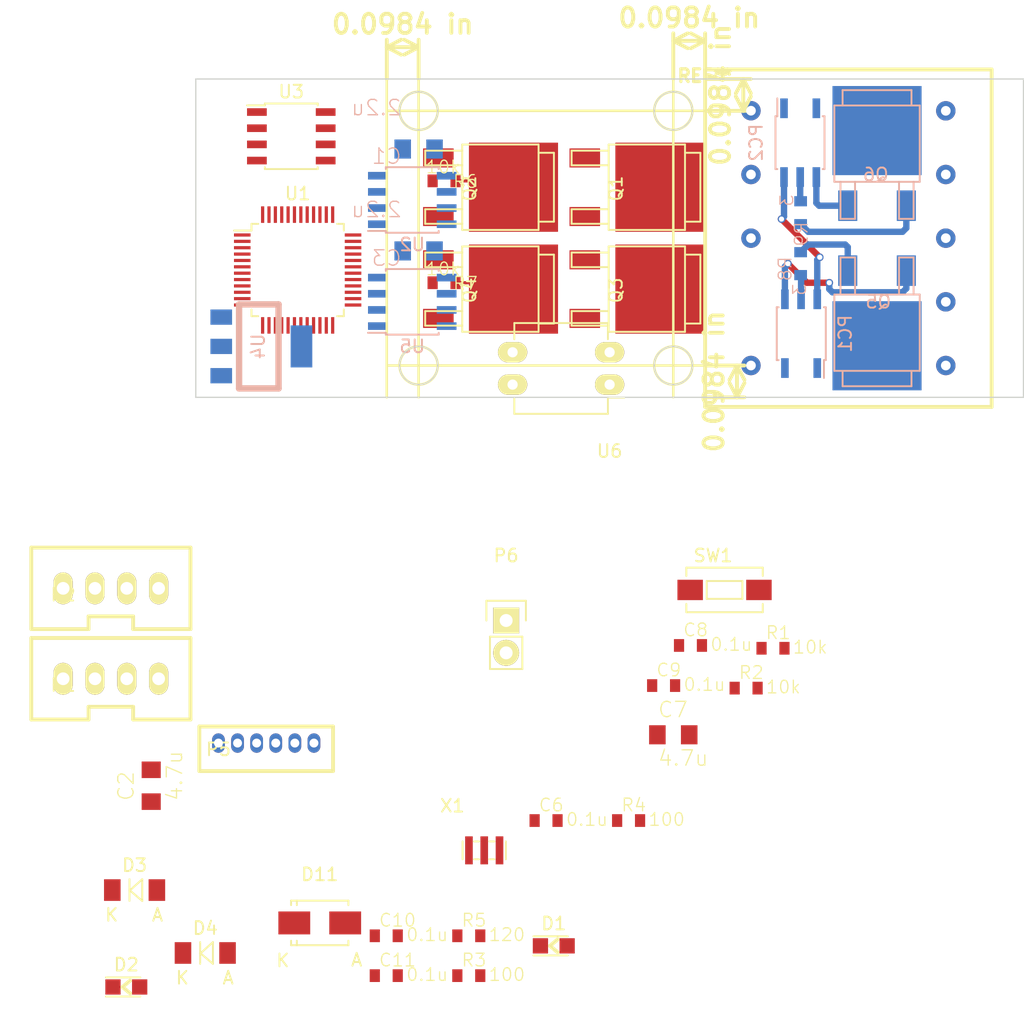
<source format=kicad_pcb>
(kicad_pcb (version 4) (host pcbnew 4.0.7)

  (general
    (links 96)
    (no_connects 87)
    (area 54.949999 29.949999 120.050001 55.050001)
    (thickness 1.6)
    (drawings 22)
    (tracks 38)
    (zones 0)
    (modules 44)
    (nets 38)
  )

  (page A4)
  (layers
    (0 F.Cu signal)
    (31 B.Cu signal)
    (32 B.Adhes user)
    (33 F.Adhes user)
    (34 B.Paste user)
    (35 F.Paste user)
    (36 B.SilkS user)
    (37 F.SilkS user)
    (38 B.Mask user)
    (39 F.Mask user)
    (40 Dwgs.User user)
    (41 Cmts.User user)
    (42 Eco1.User user)
    (43 Eco2.User user)
    (44 Edge.Cuts user)
    (45 Margin user)
    (46 B.CrtYd user)
    (47 F.CrtYd user)
    (48 B.Fab user)
    (49 F.Fab user)
  )

  (setup
    (last_trace_width 0.5)
    (user_trace_width 0.5)
    (trace_clearance 0.2)
    (zone_clearance 0.508)
    (zone_45_only no)
    (trace_min 0.2)
    (segment_width 0.2)
    (edge_width 0.1)
    (via_size 0.6)
    (via_drill 0.4)
    (via_min_size 0.4)
    (via_min_drill 0.3)
    (uvia_size 0.3)
    (uvia_drill 0.1)
    (uvias_allowed no)
    (uvia_min_size 0.2)
    (uvia_min_drill 0.1)
    (pcb_text_width 0.3)
    (pcb_text_size 1.5 1.5)
    (mod_edge_width 0.15)
    (mod_text_size 1 1)
    (mod_text_width 0.15)
    (pad_size 1.5 1.5)
    (pad_drill 0.6)
    (pad_to_mask_clearance 0)
    (aux_axis_origin 0 0)
    (visible_elements 7FFFFFFF)
    (pcbplotparams
      (layerselection 0x00030_80000001)
      (usegerberextensions false)
      (excludeedgelayer true)
      (linewidth 0.100000)
      (plotframeref false)
      (viasonmask false)
      (mode 1)
      (useauxorigin false)
      (hpglpennumber 1)
      (hpglpenspeed 20)
      (hpglpendiameter 15)
      (hpglpenoverlay 2)
      (psnegative false)
      (psa4output false)
      (plotreference true)
      (plotvalue true)
      (plotinvisibletext false)
      (padsonsilk false)
      (subtractmaskfromsilk false)
      (outputformat 1)
      (mirror false)
      (drillshape 1)
      (scaleselection 1)
      (outputdirectory ""))
  )

  (net 0 "")
  (net 1 /SW1)
  (net 2 "Net-(C1-Pad2)")
  (net 3 +12V)
  (net 4 GND)
  (net 5 /SW2)
  (net 6 "Net-(C3-Pad2)")
  (net 7 +3.3V)
  (net 8 "Net-(D1-Pad2)")
  (net 9 "Net-(D2-Pad2)")
  (net 10 "Net-(D11-Pad2)")
  (net 11 /CAN_L)
  (net 12 /CAN_H)
  (net 13 /SWCLK)
  (net 14 /SWDIO)
  (net 15 /USART_TX)
  (net 16 /USART_RX)
  (net 17 "Net-(P6-Pad2)")
  (net 18 "Net-(Q1-PadG)")
  (net 19 +BATT)
  (net 20 "Net-(Q2-PadG)")
  (net 21 "Net-(Q3-PadG)")
  (net 22 "Net-(Q4-PadG)")
  (net 23 /NRST)
  (net 24 /BOOT0)
  (net 25 /OSC_IN)
  (net 26 /OSC_OUT)
  (net 27 /CAN_RX)
  (net 28 /CAN_TX)
  (net 29 /NCP_EN)
  (net 30 "Net-(PC1-Pad4)")
  (net 31 "Net-(PC1-Pad5)")
  (net 32 "Net-(PC2-Pad4)")
  (net 33 "Net-(PC2-Pad5)")
  (net 34 /GD_12V)
  (net 35 "Net-(Q5-PadG)")
  (net 36 /KickOUT)
  (net 37 "Net-(Q6-PadG)")

  (net_class Default "これは標準のネット クラスです。"
    (clearance 0.2)
    (trace_width 0.25)
    (via_dia 0.6)
    (via_drill 0.4)
    (uvia_dia 0.3)
    (uvia_drill 0.1)
    (add_net +12V)
    (add_net +3.3V)
    (add_net +BATT)
    (add_net /BOOT0)
    (add_net /CAN_H)
    (add_net /CAN_L)
    (add_net /CAN_RX)
    (add_net /CAN_TX)
    (add_net /GD_12V)
    (add_net /KickOUT)
    (add_net /NCP_EN)
    (add_net /NRST)
    (add_net /OSC_IN)
    (add_net /OSC_OUT)
    (add_net /SW1)
    (add_net /SW2)
    (add_net /SWCLK)
    (add_net /SWDIO)
    (add_net /USART_RX)
    (add_net /USART_TX)
    (add_net GND)
    (add_net "Net-(C1-Pad2)")
    (add_net "Net-(C3-Pad2)")
    (add_net "Net-(D1-Pad2)")
    (add_net "Net-(D11-Pad2)")
    (add_net "Net-(D2-Pad2)")
    (add_net "Net-(P6-Pad2)")
    (add_net "Net-(PC1-Pad4)")
    (add_net "Net-(PC1-Pad5)")
    (add_net "Net-(PC2-Pad4)")
    (add_net "Net-(PC2-Pad5)")
    (add_net "Net-(Q1-PadG)")
    (add_net "Net-(Q2-PadG)")
    (add_net "Net-(Q3-PadG)")
    (add_net "Net-(Q4-PadG)")
    (add_net "Net-(Q5-PadG)")
    (add_net "Net-(Q6-PadG)")
  )

  (module RP_KiCAD_Libs:C2012 (layer B.Cu) (tedit 0) (tstamp 5B39F3C4)
    (at 72.5 35.5)
    (descr <b>CAPACITOR</b>)
    (path /5B3A052F)
    (fp_text reference C1 (at -1.27 1.27) (layer B.SilkS)
      (effects (font (size 1.2065 1.2065) (thickness 0.1016)) (justify left bottom mirror))
    )
    (fp_text value 2.2u (at -1.27 -2.54) (layer B.SilkS)
      (effects (font (size 1.2065 1.2065) (thickness 0.1016)) (justify left bottom mirror))
    )
    (fp_line (start -0.381 0.66) (end 0.381 0.66) (layer Dwgs.User) (width 0.1016))
    (fp_line (start -0.356 -0.66) (end 0.381 -0.66) (layer Dwgs.User) (width 0.1016))
    (fp_poly (pts (xy -1.0922 -0.7239) (xy -0.3421 -0.7239) (xy -0.3421 0.7262) (xy -1.0922 0.7262)) (layer Dwgs.User) (width 0))
    (fp_poly (pts (xy 0.3556 -0.7239) (xy 1.1057 -0.7239) (xy 1.1057 0.7262) (xy 0.3556 0.7262)) (layer Dwgs.User) (width 0))
    (fp_poly (pts (xy -0.1001 -0.4001) (xy 0.1001 -0.4001) (xy 0.1001 0.4001) (xy -0.1001 0.4001)) (layer B.Adhes) (width 0))
    (pad 1 smd rect (at -1.25 0) (size 1.3 1.5) (layers B.Cu B.Paste B.Mask)
      (net 1 /SW1))
    (pad 2 smd rect (at 1.25 0) (size 1.3 1.5) (layers B.Cu B.Paste B.Mask)
      (net 2 "Net-(C1-Pad2)"))
    (model Resistors_SMD.3dshapes/R_0805.wrl
      (at (xyz 0 0 0))
      (scale (xyz 1 1 1))
      (rotate (xyz 0 0 0))
    )
  )

  (module RP_KiCAD_Libs:C2012 (layer F.Cu) (tedit 0) (tstamp 5B39F3CA)
    (at 51.5 85.5 90)
    (descr <b>CAPACITOR</b>)
    (path /57DCED95)
    (fp_text reference C2 (at -1.27 -1.27 90) (layer F.SilkS)
      (effects (font (size 1.2065 1.2065) (thickness 0.1016)) (justify left bottom))
    )
    (fp_text value 4.7u (at -1.27 2.54 90) (layer F.SilkS)
      (effects (font (size 1.2065 1.2065) (thickness 0.1016)) (justify left bottom))
    )
    (fp_line (start -0.381 -0.66) (end 0.381 -0.66) (layer Dwgs.User) (width 0.1016))
    (fp_line (start -0.356 0.66) (end 0.381 0.66) (layer Dwgs.User) (width 0.1016))
    (fp_poly (pts (xy -1.0922 0.7239) (xy -0.3421 0.7239) (xy -0.3421 -0.7262) (xy -1.0922 -0.7262)) (layer Dwgs.User) (width 0))
    (fp_poly (pts (xy 0.3556 0.7239) (xy 1.1057 0.7239) (xy 1.1057 -0.7262) (xy 0.3556 -0.7262)) (layer Dwgs.User) (width 0))
    (fp_poly (pts (xy -0.1001 0.4001) (xy 0.1001 0.4001) (xy 0.1001 -0.4001) (xy -0.1001 -0.4001)) (layer F.Adhes) (width 0))
    (pad 1 smd rect (at -1.25 0 90) (size 1.3 1.5) (layers F.Cu F.Paste F.Mask)
      (net 3 +12V))
    (pad 2 smd rect (at 1.25 0 90) (size 1.3 1.5) (layers F.Cu F.Paste F.Mask)
      (net 4 GND))
    (model Resistors_SMD.3dshapes/R_0805.wrl
      (at (xyz 0 0 0))
      (scale (xyz 1 1 1))
      (rotate (xyz 0 0 0))
    )
  )

  (module RP_KiCAD_Libs:C2012 (layer B.Cu) (tedit 0) (tstamp 5B39F3D0)
    (at 72.5 43.5)
    (descr <b>CAPACITOR</b>)
    (path /5B3A0A4A)
    (fp_text reference C3 (at -1.27 1.27) (layer B.SilkS)
      (effects (font (size 1.2065 1.2065) (thickness 0.1016)) (justify left bottom mirror))
    )
    (fp_text value 2.2u (at -1.27 -2.54) (layer B.SilkS)
      (effects (font (size 1.2065 1.2065) (thickness 0.1016)) (justify left bottom mirror))
    )
    (fp_line (start -0.381 0.66) (end 0.381 0.66) (layer Dwgs.User) (width 0.1016))
    (fp_line (start -0.356 -0.66) (end 0.381 -0.66) (layer Dwgs.User) (width 0.1016))
    (fp_poly (pts (xy -1.0922 -0.7239) (xy -0.3421 -0.7239) (xy -0.3421 0.7262) (xy -1.0922 0.7262)) (layer Dwgs.User) (width 0))
    (fp_poly (pts (xy 0.3556 -0.7239) (xy 1.1057 -0.7239) (xy 1.1057 0.7262) (xy 0.3556 0.7262)) (layer Dwgs.User) (width 0))
    (fp_poly (pts (xy -0.1001 -0.4001) (xy 0.1001 -0.4001) (xy 0.1001 0.4001) (xy -0.1001 0.4001)) (layer B.Adhes) (width 0))
    (pad 1 smd rect (at -1.25 0) (size 1.3 1.5) (layers B.Cu B.Paste B.Mask)
      (net 5 /SW2))
    (pad 2 smd rect (at 1.25 0) (size 1.3 1.5) (layers B.Cu B.Paste B.Mask)
      (net 6 "Net-(C3-Pad2)"))
    (model Resistors_SMD.3dshapes/R_0805.wrl
      (at (xyz 0 0 0))
      (scale (xyz 1 1 1))
      (rotate (xyz 0 0 0))
    )
  )

  (module RP_KiCAD_Libs:C1608_WP (layer F.Cu) (tedit 597B1956) (tstamp 5B39F3D6)
    (at 82.510001 88.234999)
    (descr <b>CAPACITOR</b>)
    (path /586F7A9C)
    (fp_text reference C6 (at -0.635 -0.635) (layer F.SilkS)
      (effects (font (size 1 1) (thickness 0.1)) (justify left bottom))
    )
    (fp_text value 0.1u (at 1.5 0.5) (layer F.SilkS)
      (effects (font (size 1 1) (thickness 0.1)) (justify left bottom))
    )
    (fp_line (start -0.356 -0.432) (end 0.356 -0.432) (layer Dwgs.User) (width 0.1016))
    (fp_line (start -0.356 0.419) (end 0.356 0.419) (layer Dwgs.User) (width 0.1016))
    (fp_poly (pts (xy -0.8382 0.4699) (xy -0.3381 0.4699) (xy -0.3381 -0.4801) (xy -0.8382 -0.4801)) (layer Dwgs.User) (width 0))
    (fp_poly (pts (xy 0.3302 0.4699) (xy 0.8303 0.4699) (xy 0.8303 -0.4801) (xy 0.3302 -0.4801)) (layer Dwgs.User) (width 0))
    (fp_poly (pts (xy -0.1999 0.3) (xy 0.1999 0.3) (xy 0.1999 -0.3) (xy -0.1999 -0.3)) (layer F.Adhes) (width 0))
    (pad 1 smd rect (at -0.9 0) (size 0.8 1) (layers F.Cu F.Paste F.Mask)
      (net 4 GND))
    (pad 2 smd rect (at 0.9 0) (size 0.8 1) (layers F.Cu F.Paste F.Mask)
      (net 7 +3.3V))
    (model Resistors_SMD.3dshapes/R_0603.wrl
      (at (xyz 0 0 0))
      (scale (xyz 1 1 1))
      (rotate (xyz 0 0 0))
    )
  )

  (module RP_KiCAD_Libs:C2012 (layer F.Cu) (tedit 0) (tstamp 5B39F3DC)
    (at 92.5 81.5)
    (descr <b>CAPACITOR</b>)
    (path /57DCED4E)
    (fp_text reference C7 (at -1.27 -1.27) (layer F.SilkS)
      (effects (font (size 1.2065 1.2065) (thickness 0.1016)) (justify left bottom))
    )
    (fp_text value 4.7u (at -1.27 2.54) (layer F.SilkS)
      (effects (font (size 1.2065 1.2065) (thickness 0.1016)) (justify left bottom))
    )
    (fp_line (start -0.381 -0.66) (end 0.381 -0.66) (layer Dwgs.User) (width 0.1016))
    (fp_line (start -0.356 0.66) (end 0.381 0.66) (layer Dwgs.User) (width 0.1016))
    (fp_poly (pts (xy -1.0922 0.7239) (xy -0.3421 0.7239) (xy -0.3421 -0.7262) (xy -1.0922 -0.7262)) (layer Dwgs.User) (width 0))
    (fp_poly (pts (xy 0.3556 0.7239) (xy 1.1057 0.7239) (xy 1.1057 -0.7262) (xy 0.3556 -0.7262)) (layer Dwgs.User) (width 0))
    (fp_poly (pts (xy -0.1001 0.4001) (xy 0.1001 0.4001) (xy 0.1001 -0.4001) (xy -0.1001 -0.4001)) (layer F.Adhes) (width 0))
    (pad 1 smd rect (at -1.25 0) (size 1.3 1.5) (layers F.Cu F.Paste F.Mask)
      (net 7 +3.3V))
    (pad 2 smd rect (at 1.25 0) (size 1.3 1.5) (layers F.Cu F.Paste F.Mask)
      (net 4 GND))
    (model Resistors_SMD.3dshapes/R_0805.wrl
      (at (xyz 0 0 0))
      (scale (xyz 1 1 1))
      (rotate (xyz 0 0 0))
    )
  )

  (module RP_KiCAD_Libs:C1608_WP (layer F.Cu) (tedit 597B1956) (tstamp 5B39F3E2)
    (at 93.850001 74.484999)
    (descr <b>CAPACITOR</b>)
    (path /581BF2D3)
    (fp_text reference C8 (at -0.635 -0.635) (layer F.SilkS)
      (effects (font (size 1 1) (thickness 0.1)) (justify left bottom))
    )
    (fp_text value 0.1u (at 1.5 0.5) (layer F.SilkS)
      (effects (font (size 1 1) (thickness 0.1)) (justify left bottom))
    )
    (fp_line (start -0.356 -0.432) (end 0.356 -0.432) (layer Dwgs.User) (width 0.1016))
    (fp_line (start -0.356 0.419) (end 0.356 0.419) (layer Dwgs.User) (width 0.1016))
    (fp_poly (pts (xy -0.8382 0.4699) (xy -0.3381 0.4699) (xy -0.3381 -0.4801) (xy -0.8382 -0.4801)) (layer Dwgs.User) (width 0))
    (fp_poly (pts (xy 0.3302 0.4699) (xy 0.8303 0.4699) (xy 0.8303 -0.4801) (xy 0.3302 -0.4801)) (layer Dwgs.User) (width 0))
    (fp_poly (pts (xy -0.1999 0.3) (xy 0.1999 0.3) (xy 0.1999 -0.3) (xy -0.1999 -0.3)) (layer F.Adhes) (width 0))
    (pad 1 smd rect (at -0.9 0) (size 0.8 1) (layers F.Cu F.Paste F.Mask)
      (net 4 GND))
    (pad 2 smd rect (at 0.9 0) (size 0.8 1) (layers F.Cu F.Paste F.Mask)
      (net 7 +3.3V))
    (model Resistors_SMD.3dshapes/R_0603.wrl
      (at (xyz 0 0 0))
      (scale (xyz 1 1 1))
      (rotate (xyz 0 0 0))
    )
  )

  (module RP_KiCAD_Libs:C1608_WP (layer F.Cu) (tedit 597B1956) (tstamp 5B39F3E8)
    (at 91.740001 77.634999)
    (descr <b>CAPACITOR</b>)
    (path /581BF21A)
    (fp_text reference C9 (at -0.635 -0.635) (layer F.SilkS)
      (effects (font (size 1 1) (thickness 0.1)) (justify left bottom))
    )
    (fp_text value 0.1u (at 1.5 0.5) (layer F.SilkS)
      (effects (font (size 1 1) (thickness 0.1)) (justify left bottom))
    )
    (fp_line (start -0.356 -0.432) (end 0.356 -0.432) (layer Dwgs.User) (width 0.1016))
    (fp_line (start -0.356 0.419) (end 0.356 0.419) (layer Dwgs.User) (width 0.1016))
    (fp_poly (pts (xy -0.8382 0.4699) (xy -0.3381 0.4699) (xy -0.3381 -0.4801) (xy -0.8382 -0.4801)) (layer Dwgs.User) (width 0))
    (fp_poly (pts (xy 0.3302 0.4699) (xy 0.8303 0.4699) (xy 0.8303 -0.4801) (xy 0.3302 -0.4801)) (layer Dwgs.User) (width 0))
    (fp_poly (pts (xy -0.1999 0.3) (xy 0.1999 0.3) (xy 0.1999 -0.3) (xy -0.1999 -0.3)) (layer F.Adhes) (width 0))
    (pad 1 smd rect (at -0.9 0) (size 0.8 1) (layers F.Cu F.Paste F.Mask)
      (net 4 GND))
    (pad 2 smd rect (at 0.9 0) (size 0.8 1) (layers F.Cu F.Paste F.Mask)
      (net 7 +3.3V))
    (model Resistors_SMD.3dshapes/R_0603.wrl
      (at (xyz 0 0 0))
      (scale (xyz 1 1 1))
      (rotate (xyz 0 0 0))
    )
  )

  (module RP_KiCAD_Libs:C1608_WP (layer F.Cu) (tedit 597B1956) (tstamp 5B39F3EE)
    (at 69.960001 97.284999)
    (descr <b>CAPACITOR</b>)
    (path /586F7A8A)
    (fp_text reference C10 (at -0.635 -0.635) (layer F.SilkS)
      (effects (font (size 1 1) (thickness 0.1)) (justify left bottom))
    )
    (fp_text value 0.1u (at 1.5 0.5) (layer F.SilkS)
      (effects (font (size 1 1) (thickness 0.1)) (justify left bottom))
    )
    (fp_line (start -0.356 -0.432) (end 0.356 -0.432) (layer Dwgs.User) (width 0.1016))
    (fp_line (start -0.356 0.419) (end 0.356 0.419) (layer Dwgs.User) (width 0.1016))
    (fp_poly (pts (xy -0.8382 0.4699) (xy -0.3381 0.4699) (xy -0.3381 -0.4801) (xy -0.8382 -0.4801)) (layer Dwgs.User) (width 0))
    (fp_poly (pts (xy 0.3302 0.4699) (xy 0.8303 0.4699) (xy 0.8303 -0.4801) (xy 0.3302 -0.4801)) (layer Dwgs.User) (width 0))
    (fp_poly (pts (xy -0.1999 0.3) (xy 0.1999 0.3) (xy 0.1999 -0.3) (xy -0.1999 -0.3)) (layer F.Adhes) (width 0))
    (pad 1 smd rect (at -0.9 0) (size 0.8 1) (layers F.Cu F.Paste F.Mask)
      (net 4 GND))
    (pad 2 smd rect (at 0.9 0) (size 0.8 1) (layers F.Cu F.Paste F.Mask)
      (net 7 +3.3V))
    (model Resistors_SMD.3dshapes/R_0603.wrl
      (at (xyz 0 0 0))
      (scale (xyz 1 1 1))
      (rotate (xyz 0 0 0))
    )
  )

  (module RP_KiCAD_Libs:C1608_WP (layer F.Cu) (tedit 597B1956) (tstamp 5B39F3F4)
    (at 69.960001 100.414999)
    (descr <b>CAPACITOR</b>)
    (path /586F8127)
    (fp_text reference C11 (at -0.635 -0.635) (layer F.SilkS)
      (effects (font (size 1 1) (thickness 0.1)) (justify left bottom))
    )
    (fp_text value 0.1u (at 1.5 0.5) (layer F.SilkS)
      (effects (font (size 1 1) (thickness 0.1)) (justify left bottom))
    )
    (fp_line (start -0.356 -0.432) (end 0.356 -0.432) (layer Dwgs.User) (width 0.1016))
    (fp_line (start -0.356 0.419) (end 0.356 0.419) (layer Dwgs.User) (width 0.1016))
    (fp_poly (pts (xy -0.8382 0.4699) (xy -0.3381 0.4699) (xy -0.3381 -0.4801) (xy -0.8382 -0.4801)) (layer Dwgs.User) (width 0))
    (fp_poly (pts (xy 0.3302 0.4699) (xy 0.8303 0.4699) (xy 0.8303 -0.4801) (xy 0.3302 -0.4801)) (layer Dwgs.User) (width 0))
    (fp_poly (pts (xy -0.1999 0.3) (xy 0.1999 0.3) (xy 0.1999 -0.3) (xy -0.1999 -0.3)) (layer F.Adhes) (width 0))
    (pad 1 smd rect (at -0.9 0) (size 0.8 1) (layers F.Cu F.Paste F.Mask)
      (net 4 GND))
    (pad 2 smd rect (at 0.9 0) (size 0.8 1) (layers F.Cu F.Paste F.Mask)
      (net 7 +3.3V))
    (model Resistors_SMD.3dshapes/R_0603.wrl
      (at (xyz 0 0 0))
      (scale (xyz 1 1 1))
      (rotate (xyz 0 0 0))
    )
  )

  (module LEDs:LED_0805 (layer F.Cu) (tedit 58CA0E5D) (tstamp 5B39F3FA)
    (at 83.115002 98.074999)
    (descr "LED 0805 smd package")
    (tags "LED 0805 SMD")
    (path /57DD2FEB)
    (attr smd)
    (fp_text reference D1 (at 0 -1.75) (layer F.SilkS)
      (effects (font (size 1 1) (thickness 0.15)))
    )
    (fp_text value LED (at 0 1.75) (layer F.Fab)
      (effects (font (size 1 1) (thickness 0.15)))
    )
    (fp_line (start -0.3 0) (end 0.3 0.5) (layer F.SilkS) (width 0.3))
    (fp_line (start -0.3 0) (end 0.3 -0.5) (layer F.SilkS) (width 0.3))
    (fp_line (start -1.6 0.75) (end 1.1 0.75) (layer F.SilkS) (width 0.15))
    (fp_line (start -1.6 -0.75) (end 1.1 -0.75) (layer F.SilkS) (width 0.15))
    (fp_line (start 1.9 -0.95) (end 1.9 0.95) (layer F.CrtYd) (width 0.05))
    (fp_line (start 1.9 0.95) (end -1.9 0.95) (layer F.CrtYd) (width 0.05))
    (fp_line (start -1.9 0.95) (end -1.9 -0.95) (layer F.CrtYd) (width 0.05))
    (fp_line (start -1.9 -0.95) (end 1.9 -0.95) (layer F.CrtYd) (width 0.05))
    (pad 1 smd rect (at 1.04902 0 180) (size 1.19888 1.19888) (layers F.Cu F.Paste F.Mask)
      (net 7 +3.3V))
    (pad 2 smd rect (at -1.04902 0 180) (size 1.19888 1.19888) (layers F.Cu F.Paste F.Mask)
      (net 8 "Net-(D1-Pad2)"))
    (model LEDs.3dshapes/LED_0805.wrl
      (at (xyz 0 0 0))
      (scale (xyz 1 1 1))
      (rotate (xyz 0 0 0))
    )
  )

  (module LEDs:LED_0805 (layer F.Cu) (tedit 58CA0E5D) (tstamp 5B39F400)
    (at 49.545002 101.304999)
    (descr "LED 0805 smd package")
    (tags "LED 0805 SMD")
    (path /57DD3BCB)
    (attr smd)
    (fp_text reference D2 (at 0 -1.75) (layer F.SilkS)
      (effects (font (size 1 1) (thickness 0.15)))
    )
    (fp_text value LED (at 0 1.75) (layer F.Fab)
      (effects (font (size 1 1) (thickness 0.15)))
    )
    (fp_line (start -0.3 0) (end 0.3 0.5) (layer F.SilkS) (width 0.3))
    (fp_line (start -0.3 0) (end 0.3 -0.5) (layer F.SilkS) (width 0.3))
    (fp_line (start -1.6 0.75) (end 1.1 0.75) (layer F.SilkS) (width 0.15))
    (fp_line (start -1.6 -0.75) (end 1.1 -0.75) (layer F.SilkS) (width 0.15))
    (fp_line (start 1.9 -0.95) (end 1.9 0.95) (layer F.CrtYd) (width 0.05))
    (fp_line (start 1.9 0.95) (end -1.9 0.95) (layer F.CrtYd) (width 0.05))
    (fp_line (start -1.9 0.95) (end -1.9 -0.95) (layer F.CrtYd) (width 0.05))
    (fp_line (start -1.9 -0.95) (end 1.9 -0.95) (layer F.CrtYd) (width 0.05))
    (pad 1 smd rect (at 1.04902 0 180) (size 1.19888 1.19888) (layers F.Cu F.Paste F.Mask))
    (pad 2 smd rect (at -1.04902 0 180) (size 1.19888 1.19888) (layers F.Cu F.Paste F.Mask)
      (net 9 "Net-(D2-Pad2)"))
    (model LEDs.3dshapes/LED_0805.wrl
      (at (xyz 0 0 0))
      (scale (xyz 1 1 1))
      (rotate (xyz 0 0 0))
    )
  )

  (module Diodes_SMD:MiniMELF_Standard (layer F.Cu) (tedit 55364937) (tstamp 5B39F406)
    (at 50.195002 93.694999)
    (descr "Diode Mini-MELF Standard")
    (tags "Diode Mini-MELF Standard")
    (path /5B3A042A)
    (attr smd)
    (fp_text reference D3 (at 0 -1.95) (layer F.SilkS)
      (effects (font (size 1 1) (thickness 0.15)))
    )
    (fp_text value DIODE (at 0 3.81) (layer F.Fab)
      (effects (font (size 1 1) (thickness 0.15)))
    )
    (fp_line (start -2.55 -1) (end 2.55 -1) (layer F.CrtYd) (width 0.05))
    (fp_line (start 2.55 -1) (end 2.55 1) (layer F.CrtYd) (width 0.05))
    (fp_line (start 2.55 1) (end -2.55 1) (layer F.CrtYd) (width 0.05))
    (fp_line (start -2.55 1) (end -2.55 -1) (layer F.CrtYd) (width 0.05))
    (fp_line (start -0.40024 0.0508) (end 0.60052 -0.85) (layer F.SilkS) (width 0.15))
    (fp_line (start 0.60052 -0.85) (end 0.60052 0.85) (layer F.SilkS) (width 0.15))
    (fp_line (start 0.60052 0.85) (end -0.40024 0) (layer F.SilkS) (width 0.15))
    (fp_line (start -0.40024 -0.85) (end -0.40024 0.85) (layer F.SilkS) (width 0.15))
    (fp_text user K (at -1.8 1.95) (layer F.SilkS)
      (effects (font (size 1 1) (thickness 0.15)))
    )
    (fp_text user A (at 1.8 1.95) (layer F.SilkS)
      (effects (font (size 1 1) (thickness 0.15)))
    )
    (fp_circle (center 0 0) (end 0 0.55118) (layer F.Adhes) (width 0.381))
    (fp_circle (center 0 0) (end 0 0.20066) (layer F.Adhes) (width 0.381))
    (pad 1 smd rect (at -1.75006 0) (size 1.30048 1.69926) (layers F.Cu F.Paste F.Mask)
      (net 2 "Net-(C1-Pad2)"))
    (pad 2 smd rect (at 1.75006 0) (size 1.30048 1.69926) (layers F.Cu F.Paste F.Mask)
      (net 3 +12V))
    (model Diodes_SMD.3dshapes/MiniMELF_Standard.wrl
      (at (xyz 0 0 0))
      (scale (xyz 0.3937 0.3937 0.3937))
      (rotate (xyz 0 0 0))
    )
  )

  (module Diodes_SMD:MiniMELF_Standard (layer F.Cu) (tedit 55364937) (tstamp 5B39F40C)
    (at 55.745002 98.634999)
    (descr "Diode Mini-MELF Standard")
    (tags "Diode Mini-MELF Standard")
    (path /5B3A0A44)
    (attr smd)
    (fp_text reference D4 (at 0 -1.95) (layer F.SilkS)
      (effects (font (size 1 1) (thickness 0.15)))
    )
    (fp_text value DIODE (at 0 3.81) (layer F.Fab)
      (effects (font (size 1 1) (thickness 0.15)))
    )
    (fp_line (start -2.55 -1) (end 2.55 -1) (layer F.CrtYd) (width 0.05))
    (fp_line (start 2.55 -1) (end 2.55 1) (layer F.CrtYd) (width 0.05))
    (fp_line (start 2.55 1) (end -2.55 1) (layer F.CrtYd) (width 0.05))
    (fp_line (start -2.55 1) (end -2.55 -1) (layer F.CrtYd) (width 0.05))
    (fp_line (start -0.40024 0.0508) (end 0.60052 -0.85) (layer F.SilkS) (width 0.15))
    (fp_line (start 0.60052 -0.85) (end 0.60052 0.85) (layer F.SilkS) (width 0.15))
    (fp_line (start 0.60052 0.85) (end -0.40024 0) (layer F.SilkS) (width 0.15))
    (fp_line (start -0.40024 -0.85) (end -0.40024 0.85) (layer F.SilkS) (width 0.15))
    (fp_text user K (at -1.8 1.95) (layer F.SilkS)
      (effects (font (size 1 1) (thickness 0.15)))
    )
    (fp_text user A (at 1.8 1.95) (layer F.SilkS)
      (effects (font (size 1 1) (thickness 0.15)))
    )
    (fp_circle (center 0 0) (end 0 0.55118) (layer F.Adhes) (width 0.381))
    (fp_circle (center 0 0) (end 0 0.20066) (layer F.Adhes) (width 0.381))
    (pad 1 smd rect (at -1.75006 0) (size 1.30048 1.69926) (layers F.Cu F.Paste F.Mask)
      (net 6 "Net-(C3-Pad2)"))
    (pad 2 smd rect (at 1.75006 0) (size 1.30048 1.69926) (layers F.Cu F.Paste F.Mask)
      (net 3 +12V))
    (model Diodes_SMD.3dshapes/MiniMELF_Standard.wrl
      (at (xyz 0 0 0))
      (scale (xyz 0.3937 0.3937 0.3937))
      (rotate (xyz 0 0 0))
    )
  )

  (module Diodes_SMD:SMA_Standard (layer F.Cu) (tedit 552FF239) (tstamp 5B39F412)
    (at 64.735002 96.274999)
    (descr "Diode SMA")
    (tags "Diode SMA")
    (path /5847EBBD)
    (attr smd)
    (fp_text reference D11 (at 0 -3.81) (layer F.SilkS)
      (effects (font (size 1 1) (thickness 0.15)))
    )
    (fp_text value DIODE (at 0 4.3) (layer F.Fab)
      (effects (font (size 1 1) (thickness 0.15)))
    )
    (fp_line (start -3.5 -2) (end 3.5 -2) (layer F.CrtYd) (width 0.05))
    (fp_line (start 3.5 -2) (end 3.5 2) (layer F.CrtYd) (width 0.05))
    (fp_line (start 3.5 2) (end -3.5 2) (layer F.CrtYd) (width 0.05))
    (fp_line (start -3.5 2) (end -3.5 -2) (layer F.CrtYd) (width 0.05))
    (fp_text user K (at -2.9 2.95) (layer F.SilkS)
      (effects (font (size 1 1) (thickness 0.15)))
    )
    (fp_text user A (at 2.9 2.9) (layer F.SilkS)
      (effects (font (size 1 1) (thickness 0.15)))
    )
    (fp_circle (center 0 0) (end 0.20066 -0.0508) (layer F.Adhes) (width 0.381))
    (fp_line (start -1.79914 1.75006) (end -1.79914 1.39954) (layer F.SilkS) (width 0.15))
    (fp_line (start -1.79914 -1.75006) (end -1.79914 -1.39954) (layer F.SilkS) (width 0.15))
    (fp_line (start 2.25044 1.75006) (end 2.25044 1.39954) (layer F.SilkS) (width 0.15))
    (fp_line (start -2.25044 1.75006) (end -2.25044 1.39954) (layer F.SilkS) (width 0.15))
    (fp_line (start -2.25044 -1.75006) (end -2.25044 -1.39954) (layer F.SilkS) (width 0.15))
    (fp_line (start 2.25044 -1.75006) (end 2.25044 -1.39954) (layer F.SilkS) (width 0.15))
    (fp_line (start -2.25044 1.75006) (end 2.25044 1.75006) (layer F.SilkS) (width 0.15))
    (fp_line (start -2.25044 -1.75006) (end 2.25044 -1.75006) (layer F.SilkS) (width 0.15))
    (pad 1 smd rect (at -1.99898 0) (size 2.49936 1.80086) (layers F.Cu F.Paste F.Mask)
      (net 3 +12V))
    (pad 2 smd rect (at 1.99898 0) (size 2.49936 1.80086) (layers F.Cu F.Paste F.Mask)
      (net 10 "Net-(D11-Pad2)"))
    (model Diodes_SMD.3dshapes/SMA_Standard.wrl
      (at (xyz 0 0 0))
      (scale (xyz 0.3937 0.3937 0.3937))
      (rotate (xyz 0 0 180))
    )
  )

  (module RP_KiCAD_Connector:XA_4T (layer F.Cu) (tedit 5895B26F) (tstamp 5B39F41A)
    (at 44.583334 77.1)
    (path /57DCDD10)
    (fp_text reference P1 (at 0 0.5) (layer F.SilkS)
      (effects (font (size 1 1) (thickness 0.15)))
    )
    (fp_text value CONN_01X04 (at 0 -0.5) (layer F.Fab)
      (effects (font (size 1 1) (thickness 0.15)))
    )
    (fp_line (start -2.5 3.2) (end 2 3.2) (layer F.SilkS) (width 0.3))
    (fp_line (start 2 3.2) (end 2 2.2) (layer F.SilkS) (width 0.3))
    (fp_line (start 2 2.2) (end 5.5 2.2) (layer F.SilkS) (width 0.3))
    (fp_line (start 5.5 2.2) (end 5.5 3.2) (layer F.SilkS) (width 0.3))
    (fp_line (start 5.5 3.2) (end 10 3.2) (layer F.SilkS) (width 0.3))
    (fp_line (start 10 -3.2) (end -2.5 -3.2) (layer F.SilkS) (width 0.3))
    (fp_line (start 10 3.2) (end 10 -3.2) (layer F.SilkS) (width 0.3))
    (fp_line (start -2.5 -3.2) (end -2.5 3.2) (layer F.SilkS) (width 0.3))
    (pad 4 thru_hole oval (at 0 0) (size 1.5 2.5) (drill 1) (layers *.Cu *.Mask F.SilkS)
      (net 11 /CAN_L))
    (pad 3 thru_hole oval (at 2.5 0) (size 1.5 2.5) (drill 1) (layers *.Cu *.Mask F.SilkS)
      (net 12 /CAN_H))
    (pad 2 thru_hole oval (at 5 0) (size 1.5 2.5) (drill 1) (layers *.Cu *.Mask F.SilkS)
      (net 10 "Net-(D11-Pad2)"))
    (pad 1 thru_hole oval (at 7.5 0) (size 1.5 2.5) (drill 1) (layers *.Cu *.Mask F.SilkS)
      (net 4 GND))
    (model conn_XA/XA_4T.wrl
      (at (xyz 0.15 0 0))
      (scale (xyz 3.95 3.95 3.95))
      (rotate (xyz -90 0 0))
    )
  )

  (module RP_KiCAD_Connector:XA_4T (layer F.Cu) (tedit 5895B26F) (tstamp 5B39F422)
    (at 44.583334 70)
    (path /57DCDDB3)
    (fp_text reference P2 (at 0 0.5) (layer F.SilkS)
      (effects (font (size 1 1) (thickness 0.15)))
    )
    (fp_text value CONN_01X04 (at 0 -0.5) (layer F.Fab)
      (effects (font (size 1 1) (thickness 0.15)))
    )
    (fp_line (start -2.5 3.2) (end 2 3.2) (layer F.SilkS) (width 0.3))
    (fp_line (start 2 3.2) (end 2 2.2) (layer F.SilkS) (width 0.3))
    (fp_line (start 2 2.2) (end 5.5 2.2) (layer F.SilkS) (width 0.3))
    (fp_line (start 5.5 2.2) (end 5.5 3.2) (layer F.SilkS) (width 0.3))
    (fp_line (start 5.5 3.2) (end 10 3.2) (layer F.SilkS) (width 0.3))
    (fp_line (start 10 -3.2) (end -2.5 -3.2) (layer F.SilkS) (width 0.3))
    (fp_line (start 10 3.2) (end 10 -3.2) (layer F.SilkS) (width 0.3))
    (fp_line (start -2.5 -3.2) (end -2.5 3.2) (layer F.SilkS) (width 0.3))
    (pad 4 thru_hole oval (at 0 0) (size 1.5 2.5) (drill 1) (layers *.Cu *.Mask F.SilkS)
      (net 11 /CAN_L))
    (pad 3 thru_hole oval (at 2.5 0) (size 1.5 2.5) (drill 1) (layers *.Cu *.Mask F.SilkS)
      (net 12 /CAN_H))
    (pad 2 thru_hole oval (at 5 0) (size 1.5 2.5) (drill 1) (layers *.Cu *.Mask F.SilkS)
      (net 10 "Net-(D11-Pad2)"))
    (pad 1 thru_hole oval (at 7.5 0) (size 1.5 2.5) (drill 1) (layers *.Cu *.Mask F.SilkS)
      (net 4 GND))
    (model conn_XA/XA_4T.wrl
      (at (xyz 0.15 0 0))
      (scale (xyz 3.95 3.95 3.95))
      (rotate (xyz -90 0 0))
    )
  )

  (module RP_KiCAD_Connector:ZH_6T (layer F.Cu) (tedit 585B7582) (tstamp 5B39F42C)
    (at 56.780002 82.15)
    (path /57DDCDDC)
    (fp_text reference P5 (at 0 0.5) (layer F.SilkS)
      (effects (font (size 1 1) (thickness 0.15)))
    )
    (fp_text value CONN_01X06 (at 3.5 1.5) (layer F.Fab)
      (effects (font (size 1 1) (thickness 0.15)))
    )
    (fp_line (start -1.5 -1.3) (end 9 -1.3) (layer F.SilkS) (width 0.3))
    (fp_line (start 9 -1.3) (end 9 2.2) (layer F.SilkS) (width 0.3))
    (fp_line (start 9 2.2) (end -1.5 2.2) (layer F.SilkS) (width 0.3))
    (fp_line (start -1.5 2.2) (end -1.5 -1.3) (layer F.SilkS) (width 0.3))
    (pad 1 thru_hole oval (at 0 0) (size 1 1.524) (drill 0.7) (layers *.Cu *.Mask)
      (net 4 GND))
    (pad 2 thru_hole oval (at 1.5 0) (size 1 1.524) (drill 0.7) (layers *.Cu *.Mask))
    (pad 3 thru_hole oval (at 3 0) (size 1 1.524) (drill 0.7) (layers *.Cu *.Mask)
      (net 13 /SWCLK))
    (pad 4 thru_hole oval (at 4.5 0) (size 1 1.524) (drill 0.7) (layers *.Cu *.Mask)
      (net 14 /SWDIO))
    (pad 5 thru_hole oval (at 6 0) (size 1 1.524) (drill 0.7) (layers *.Cu *.Mask)
      (net 15 /USART_TX))
    (pad 6 thru_hole oval (at 7.5 0) (size 1 1.524) (drill 0.7) (layers *.Cu *.Mask)
      (net 16 /USART_RX))
    (model conn_ZRandZH/ZH_6T.wrl
      (at (xyz 0.148 0.05 0))
      (scale (xyz 4 4 4))
      (rotate (xyz -90 0 180))
    )
  )

  (module Pin_Headers:Pin_Header_Straight_1x02 (layer F.Cu) (tedit 54EA090C) (tstamp 5B39F432)
    (at 79.373334 72.524999)
    (descr "Through hole pin header")
    (tags "pin header")
    (path /57E11162)
    (fp_text reference P6 (at 0 -5.1) (layer F.SilkS)
      (effects (font (size 1 1) (thickness 0.15)))
    )
    (fp_text value CONN_01X02 (at 0 -3.1) (layer F.Fab)
      (effects (font (size 1 1) (thickness 0.15)))
    )
    (fp_line (start 1.27 1.27) (end 1.27 3.81) (layer F.SilkS) (width 0.15))
    (fp_line (start 1.55 -1.55) (end 1.55 0) (layer F.SilkS) (width 0.15))
    (fp_line (start -1.75 -1.75) (end -1.75 4.3) (layer F.CrtYd) (width 0.05))
    (fp_line (start 1.75 -1.75) (end 1.75 4.3) (layer F.CrtYd) (width 0.05))
    (fp_line (start -1.75 -1.75) (end 1.75 -1.75) (layer F.CrtYd) (width 0.05))
    (fp_line (start -1.75 4.3) (end 1.75 4.3) (layer F.CrtYd) (width 0.05))
    (fp_line (start 1.27 1.27) (end -1.27 1.27) (layer F.SilkS) (width 0.15))
    (fp_line (start -1.55 0) (end -1.55 -1.55) (layer F.SilkS) (width 0.15))
    (fp_line (start -1.55 -1.55) (end 1.55 -1.55) (layer F.SilkS) (width 0.15))
    (fp_line (start -1.27 1.27) (end -1.27 3.81) (layer F.SilkS) (width 0.15))
    (fp_line (start -1.27 3.81) (end 1.27 3.81) (layer F.SilkS) (width 0.15))
    (pad 1 thru_hole rect (at 0 0) (size 2.032 2.032) (drill 1.016) (layers *.Cu *.Mask F.SilkS)
      (net 12 /CAN_H))
    (pad 2 thru_hole oval (at 0 2.54) (size 2.032 2.032) (drill 1.016) (layers *.Cu *.Mask F.SilkS)
      (net 17 "Net-(P6-Pad2)"))
    (model Pin_Headers.3dshapes/Pin_Header_Straight_1x02.wrl
      (at (xyz 0 -0.05 0))
      (scale (xyz 1 1 1))
      (rotate (xyz 0 0 90))
    )
  )

  (module TO_SOT_Packages_SMD:SOT-428_GDS_compact (layer F.Cu) (tedit 596071B0) (tstamp 5B39F439)
    (at 89 38.5 270)
    (descr SOT428)
    (path /5B39FF70)
    (attr smd)
    (fp_text reference Q1 (at 0.09906 1.00076 270) (layer F.SilkS)
      (effects (font (size 1 1) (thickness 0.15)))
    )
    (fp_text value MOSFET_N (at -0.09906 0.89916 270) (layer F.Fab)
      (effects (font (size 1 1) (thickness 0.15)))
    )
    (fp_line (start -2.7051 -4.4323) (end -2.7051 -5.6261) (layer F.SilkS) (width 0.15))
    (fp_line (start -2.7051 -5.6261) (end 2.7051 -5.6261) (layer F.SilkS) (width 0.15))
    (fp_line (start 2.7051 -5.6261) (end 2.7051 -4.4196) (layer F.SilkS) (width 0.15))
    (fp_line (start 1.7272 1.5748) (end 1.7272 4.4831) (layer F.SilkS) (width 0.15))
    (fp_line (start 2.8702 4.4831) (end 2.8702 1.5748) (layer F.SilkS) (width 0.15))
    (fp_line (start 1.7272 4.4831) (end 2.8702 4.4831) (layer F.SilkS) (width 0.15))
    (fp_line (start -2.8702 4.4831) (end -1.7272 4.4831) (layer F.SilkS) (width 0.15))
    (fp_line (start -1.7272 4.4831) (end -1.7272 1.5748) (layer F.SilkS) (width 0.15))
    (fp_line (start -2.8702 1.5748) (end -2.8702 4.4831) (layer F.SilkS) (width 0.15))
    (fp_line (start 3.3528 1.5748) (end 3.3528 -4.4196) (layer F.SilkS) (width 0.15))
    (fp_line (start 3.3528 -4.4196) (end -3.3528 -4.4196) (layer F.SilkS) (width 0.15))
    (fp_line (start -3.3528 -4.4196) (end -3.3528 1.5748) (layer F.SilkS) (width 0.15))
    (fp_line (start 3.3528 1.5748) (end -3.3528 1.5748) (layer F.SilkS) (width 0.15))
    (pad G smd rect (at -2.3 3.45 270) (size 1.5 2.4) (layers F.Cu F.Paste F.Mask)
      (net 18 "Net-(Q1-PadG)"))
    (pad S smd rect (at 2.3 3.45 270) (size 1.5 2.4) (layers F.Cu F.Paste F.Mask)
      (net 1 /SW1))
    (pad D smd rect (at 0 -2.44932 270) (size 7.00024 7.00024) (layers F.Cu F.Paste F.Mask)
      (net 19 +BATT))
    (model TO_SOT_Packages_SMD.3dshapes/SOT-428.wrl
      (at (xyz 0 0 0))
      (scale (xyz 1 1 1))
      (rotate (xyz 0 0 0))
    )
  )

  (module TO_SOT_Packages_SMD:SOT-428_GDS_compact (layer F.Cu) (tedit 596071B0) (tstamp 5B39F440)
    (at 77.5 38.5 270)
    (descr SOT428)
    (path /5B39FFFD)
    (attr smd)
    (fp_text reference Q2 (at 0.09906 1.00076 270) (layer F.SilkS)
      (effects (font (size 1 1) (thickness 0.15)))
    )
    (fp_text value MOSFET_N (at -0.09906 0.89916 270) (layer F.Fab)
      (effects (font (size 1 1) (thickness 0.15)))
    )
    (fp_line (start -2.7051 -4.4323) (end -2.7051 -5.6261) (layer F.SilkS) (width 0.15))
    (fp_line (start -2.7051 -5.6261) (end 2.7051 -5.6261) (layer F.SilkS) (width 0.15))
    (fp_line (start 2.7051 -5.6261) (end 2.7051 -4.4196) (layer F.SilkS) (width 0.15))
    (fp_line (start 1.7272 1.5748) (end 1.7272 4.4831) (layer F.SilkS) (width 0.15))
    (fp_line (start 2.8702 4.4831) (end 2.8702 1.5748) (layer F.SilkS) (width 0.15))
    (fp_line (start 1.7272 4.4831) (end 2.8702 4.4831) (layer F.SilkS) (width 0.15))
    (fp_line (start -2.8702 4.4831) (end -1.7272 4.4831) (layer F.SilkS) (width 0.15))
    (fp_line (start -1.7272 4.4831) (end -1.7272 1.5748) (layer F.SilkS) (width 0.15))
    (fp_line (start -2.8702 1.5748) (end -2.8702 4.4831) (layer F.SilkS) (width 0.15))
    (fp_line (start 3.3528 1.5748) (end 3.3528 -4.4196) (layer F.SilkS) (width 0.15))
    (fp_line (start 3.3528 -4.4196) (end -3.3528 -4.4196) (layer F.SilkS) (width 0.15))
    (fp_line (start -3.3528 -4.4196) (end -3.3528 1.5748) (layer F.SilkS) (width 0.15))
    (fp_line (start 3.3528 1.5748) (end -3.3528 1.5748) (layer F.SilkS) (width 0.15))
    (pad G smd rect (at -2.3 3.45 270) (size 1.5 2.4) (layers F.Cu F.Paste F.Mask)
      (net 20 "Net-(Q2-PadG)"))
    (pad S smd rect (at 2.3 3.45 270) (size 1.5 2.4) (layers F.Cu F.Paste F.Mask)
      (net 4 GND))
    (pad D smd rect (at 0 -2.44932 270) (size 7.00024 7.00024) (layers F.Cu F.Paste F.Mask)
      (net 1 /SW1))
    (model TO_SOT_Packages_SMD.3dshapes/SOT-428.wrl
      (at (xyz 0 0 0))
      (scale (xyz 1 1 1))
      (rotate (xyz 0 0 0))
    )
  )

  (module TO_SOT_Packages_SMD:SOT-428_GDS_compact (layer F.Cu) (tedit 596071B0) (tstamp 5B39F447)
    (at 89 46.5 270)
    (descr SOT428)
    (path /5B3A0A28)
    (attr smd)
    (fp_text reference Q3 (at 0.09906 1.00076 270) (layer F.SilkS)
      (effects (font (size 1 1) (thickness 0.15)))
    )
    (fp_text value MOSFET_N (at -0.09906 0.89916 270) (layer F.Fab)
      (effects (font (size 1 1) (thickness 0.15)))
    )
    (fp_line (start -2.7051 -4.4323) (end -2.7051 -5.6261) (layer F.SilkS) (width 0.15))
    (fp_line (start -2.7051 -5.6261) (end 2.7051 -5.6261) (layer F.SilkS) (width 0.15))
    (fp_line (start 2.7051 -5.6261) (end 2.7051 -4.4196) (layer F.SilkS) (width 0.15))
    (fp_line (start 1.7272 1.5748) (end 1.7272 4.4831) (layer F.SilkS) (width 0.15))
    (fp_line (start 2.8702 4.4831) (end 2.8702 1.5748) (layer F.SilkS) (width 0.15))
    (fp_line (start 1.7272 4.4831) (end 2.8702 4.4831) (layer F.SilkS) (width 0.15))
    (fp_line (start -2.8702 4.4831) (end -1.7272 4.4831) (layer F.SilkS) (width 0.15))
    (fp_line (start -1.7272 4.4831) (end -1.7272 1.5748) (layer F.SilkS) (width 0.15))
    (fp_line (start -2.8702 1.5748) (end -2.8702 4.4831) (layer F.SilkS) (width 0.15))
    (fp_line (start 3.3528 1.5748) (end 3.3528 -4.4196) (layer F.SilkS) (width 0.15))
    (fp_line (start 3.3528 -4.4196) (end -3.3528 -4.4196) (layer F.SilkS) (width 0.15))
    (fp_line (start -3.3528 -4.4196) (end -3.3528 1.5748) (layer F.SilkS) (width 0.15))
    (fp_line (start 3.3528 1.5748) (end -3.3528 1.5748) (layer F.SilkS) (width 0.15))
    (pad G smd rect (at -2.3 3.45 270) (size 1.5 2.4) (layers F.Cu F.Paste F.Mask)
      (net 21 "Net-(Q3-PadG)"))
    (pad S smd rect (at 2.3 3.45 270) (size 1.5 2.4) (layers F.Cu F.Paste F.Mask)
      (net 5 /SW2))
    (pad D smd rect (at 0 -2.44932 270) (size 7.00024 7.00024) (layers F.Cu F.Paste F.Mask)
      (net 19 +BATT))
    (model TO_SOT_Packages_SMD.3dshapes/SOT-428.wrl
      (at (xyz 0 0 0))
      (scale (xyz 1 1 1))
      (rotate (xyz 0 0 0))
    )
  )

  (module TO_SOT_Packages_SMD:SOT-428_GDS_compact (layer F.Cu) (tedit 596071B0) (tstamp 5B39F44E)
    (at 77.5 46.5 270)
    (descr SOT428)
    (path /5B3A0A2E)
    (attr smd)
    (fp_text reference Q4 (at 0.09906 1.00076 270) (layer F.SilkS)
      (effects (font (size 1 1) (thickness 0.15)))
    )
    (fp_text value MOSFET_N (at -0.09906 0.89916 270) (layer F.Fab)
      (effects (font (size 1 1) (thickness 0.15)))
    )
    (fp_line (start -2.7051 -4.4323) (end -2.7051 -5.6261) (layer F.SilkS) (width 0.15))
    (fp_line (start -2.7051 -5.6261) (end 2.7051 -5.6261) (layer F.SilkS) (width 0.15))
    (fp_line (start 2.7051 -5.6261) (end 2.7051 -4.4196) (layer F.SilkS) (width 0.15))
    (fp_line (start 1.7272 1.5748) (end 1.7272 4.4831) (layer F.SilkS) (width 0.15))
    (fp_line (start 2.8702 4.4831) (end 2.8702 1.5748) (layer F.SilkS) (width 0.15))
    (fp_line (start 1.7272 4.4831) (end 2.8702 4.4831) (layer F.SilkS) (width 0.15))
    (fp_line (start -2.8702 4.4831) (end -1.7272 4.4831) (layer F.SilkS) (width 0.15))
    (fp_line (start -1.7272 4.4831) (end -1.7272 1.5748) (layer F.SilkS) (width 0.15))
    (fp_line (start -2.8702 1.5748) (end -2.8702 4.4831) (layer F.SilkS) (width 0.15))
    (fp_line (start 3.3528 1.5748) (end 3.3528 -4.4196) (layer F.SilkS) (width 0.15))
    (fp_line (start 3.3528 -4.4196) (end -3.3528 -4.4196) (layer F.SilkS) (width 0.15))
    (fp_line (start -3.3528 -4.4196) (end -3.3528 1.5748) (layer F.SilkS) (width 0.15))
    (fp_line (start 3.3528 1.5748) (end -3.3528 1.5748) (layer F.SilkS) (width 0.15))
    (pad G smd rect (at -2.3 3.45 270) (size 1.5 2.4) (layers F.Cu F.Paste F.Mask)
      (net 22 "Net-(Q4-PadG)"))
    (pad S smd rect (at 2.3 3.45 270) (size 1.5 2.4) (layers F.Cu F.Paste F.Mask)
      (net 4 GND))
    (pad D smd rect (at 0 -2.44932 270) (size 7.00024 7.00024) (layers F.Cu F.Paste F.Mask)
      (net 5 /SW2))
    (model TO_SOT_Packages_SMD.3dshapes/SOT-428.wrl
      (at (xyz 0 0 0))
      (scale (xyz 1 1 1))
      (rotate (xyz 0 0 0))
    )
  )

  (module RP_KiCAD_Libs:C1608_WP (layer F.Cu) (tedit 597B1956) (tstamp 5B39F454)
    (at 100.330001 74.704999)
    (descr <b>CAPACITOR</b>)
    (path /5773CB7C)
    (fp_text reference R1 (at -0.635 -0.635) (layer F.SilkS)
      (effects (font (size 1 1) (thickness 0.1)) (justify left bottom))
    )
    (fp_text value 10k (at 1.5 0.5) (layer F.SilkS)
      (effects (font (size 1 1) (thickness 0.1)) (justify left bottom))
    )
    (fp_line (start -0.356 -0.432) (end 0.356 -0.432) (layer Dwgs.User) (width 0.1016))
    (fp_line (start -0.356 0.419) (end 0.356 0.419) (layer Dwgs.User) (width 0.1016))
    (fp_poly (pts (xy -0.8382 0.4699) (xy -0.3381 0.4699) (xy -0.3381 -0.4801) (xy -0.8382 -0.4801)) (layer Dwgs.User) (width 0))
    (fp_poly (pts (xy 0.3302 0.4699) (xy 0.8303 0.4699) (xy 0.8303 -0.4801) (xy 0.3302 -0.4801)) (layer Dwgs.User) (width 0))
    (fp_poly (pts (xy -0.1999 0.3) (xy 0.1999 0.3) (xy 0.1999 -0.3) (xy -0.1999 -0.3)) (layer F.Adhes) (width 0))
    (pad 1 smd rect (at -0.9 0) (size 0.8 1) (layers F.Cu F.Paste F.Mask)
      (net 7 +3.3V))
    (pad 2 smd rect (at 0.9 0) (size 0.8 1) (layers F.Cu F.Paste F.Mask)
      (net 23 /NRST))
    (model Resistors_SMD.3dshapes/R_0603.wrl
      (at (xyz 0 0 0))
      (scale (xyz 1 1 1))
      (rotate (xyz 0 0 0))
    )
  )

  (module RP_KiCAD_Libs:C1608_WP (layer F.Cu) (tedit 597B1956) (tstamp 5B39F45A)
    (at 98.220001 77.834999)
    (descr <b>CAPACITOR</b>)
    (path /5773D19C)
    (fp_text reference R2 (at -0.635 -0.635) (layer F.SilkS)
      (effects (font (size 1 1) (thickness 0.1)) (justify left bottom))
    )
    (fp_text value 10k (at 1.5 0.5) (layer F.SilkS)
      (effects (font (size 1 1) (thickness 0.1)) (justify left bottom))
    )
    (fp_line (start -0.356 -0.432) (end 0.356 -0.432) (layer Dwgs.User) (width 0.1016))
    (fp_line (start -0.356 0.419) (end 0.356 0.419) (layer Dwgs.User) (width 0.1016))
    (fp_poly (pts (xy -0.8382 0.4699) (xy -0.3381 0.4699) (xy -0.3381 -0.4801) (xy -0.8382 -0.4801)) (layer Dwgs.User) (width 0))
    (fp_poly (pts (xy 0.3302 0.4699) (xy 0.8303 0.4699) (xy 0.8303 -0.4801) (xy 0.3302 -0.4801)) (layer Dwgs.User) (width 0))
    (fp_poly (pts (xy -0.1999 0.3) (xy 0.1999 0.3) (xy 0.1999 -0.3) (xy -0.1999 -0.3)) (layer F.Adhes) (width 0))
    (pad 1 smd rect (at -0.9 0) (size 0.8 1) (layers F.Cu F.Paste F.Mask)
      (net 4 GND))
    (pad 2 smd rect (at 0.9 0) (size 0.8 1) (layers F.Cu F.Paste F.Mask)
      (net 24 /BOOT0))
    (model Resistors_SMD.3dshapes/R_0603.wrl
      (at (xyz 0 0 0))
      (scale (xyz 1 1 1))
      (rotate (xyz 0 0 0))
    )
  )

  (module RP_KiCAD_Libs:C1608_WP (layer F.Cu) (tedit 597B1956) (tstamp 5B39F460)
    (at 76.440001 100.414999)
    (descr <b>CAPACITOR</b>)
    (path /57DD3091)
    (fp_text reference R3 (at -0.635 -0.635) (layer F.SilkS)
      (effects (font (size 1 1) (thickness 0.1)) (justify left bottom))
    )
    (fp_text value 100 (at 1.5 0.5) (layer F.SilkS)
      (effects (font (size 1 1) (thickness 0.1)) (justify left bottom))
    )
    (fp_line (start -0.356 -0.432) (end 0.356 -0.432) (layer Dwgs.User) (width 0.1016))
    (fp_line (start -0.356 0.419) (end 0.356 0.419) (layer Dwgs.User) (width 0.1016))
    (fp_poly (pts (xy -0.8382 0.4699) (xy -0.3381 0.4699) (xy -0.3381 -0.4801) (xy -0.8382 -0.4801)) (layer Dwgs.User) (width 0))
    (fp_poly (pts (xy 0.3302 0.4699) (xy 0.8303 0.4699) (xy 0.8303 -0.4801) (xy 0.3302 -0.4801)) (layer Dwgs.User) (width 0))
    (fp_poly (pts (xy -0.1999 0.3) (xy 0.1999 0.3) (xy 0.1999 -0.3) (xy -0.1999 -0.3)) (layer F.Adhes) (width 0))
    (pad 1 smd rect (at -0.9 0) (size 0.8 1) (layers F.Cu F.Paste F.Mask)
      (net 8 "Net-(D1-Pad2)"))
    (pad 2 smd rect (at 0.9 0) (size 0.8 1) (layers F.Cu F.Paste F.Mask)
      (net 4 GND))
    (model Resistors_SMD.3dshapes/R_0603.wrl
      (at (xyz 0 0 0))
      (scale (xyz 1 1 1))
      (rotate (xyz 0 0 0))
    )
  )

  (module RP_KiCAD_Libs:C1608_WP (layer F.Cu) (tedit 597B1956) (tstamp 5B39F466)
    (at 88.990001 88.234999)
    (descr <b>CAPACITOR</b>)
    (path /57DD3BD1)
    (fp_text reference R4 (at -0.635 -0.635) (layer F.SilkS)
      (effects (font (size 1 1) (thickness 0.1)) (justify left bottom))
    )
    (fp_text value 100 (at 1.5 0.5) (layer F.SilkS)
      (effects (font (size 1 1) (thickness 0.1)) (justify left bottom))
    )
    (fp_line (start -0.356 -0.432) (end 0.356 -0.432) (layer Dwgs.User) (width 0.1016))
    (fp_line (start -0.356 0.419) (end 0.356 0.419) (layer Dwgs.User) (width 0.1016))
    (fp_poly (pts (xy -0.8382 0.4699) (xy -0.3381 0.4699) (xy -0.3381 -0.4801) (xy -0.8382 -0.4801)) (layer Dwgs.User) (width 0))
    (fp_poly (pts (xy 0.3302 0.4699) (xy 0.8303 0.4699) (xy 0.8303 -0.4801) (xy 0.3302 -0.4801)) (layer Dwgs.User) (width 0))
    (fp_poly (pts (xy -0.1999 0.3) (xy 0.1999 0.3) (xy 0.1999 -0.3) (xy -0.1999 -0.3)) (layer F.Adhes) (width 0))
    (pad 1 smd rect (at -0.9 0) (size 0.8 1) (layers F.Cu F.Paste F.Mask)
      (net 9 "Net-(D2-Pad2)"))
    (pad 2 smd rect (at 0.9 0) (size 0.8 1) (layers F.Cu F.Paste F.Mask)
      (net 4 GND))
    (model Resistors_SMD.3dshapes/R_0603.wrl
      (at (xyz 0 0 0))
      (scale (xyz 1 1 1))
      (rotate (xyz 0 0 0))
    )
  )

  (module RP_KiCAD_Libs:C1608_WP (layer F.Cu) (tedit 597B1956) (tstamp 5B39F46C)
    (at 76.440001 97.284999)
    (descr <b>CAPACITOR</b>)
    (path /57E111F2)
    (fp_text reference R5 (at -0.635 -0.635) (layer F.SilkS)
      (effects (font (size 1 1) (thickness 0.1)) (justify left bottom))
    )
    (fp_text value 120 (at 1.5 0.5) (layer F.SilkS)
      (effects (font (size 1 1) (thickness 0.1)) (justify left bottom))
    )
    (fp_line (start -0.356 -0.432) (end 0.356 -0.432) (layer Dwgs.User) (width 0.1016))
    (fp_line (start -0.356 0.419) (end 0.356 0.419) (layer Dwgs.User) (width 0.1016))
    (fp_poly (pts (xy -0.8382 0.4699) (xy -0.3381 0.4699) (xy -0.3381 -0.4801) (xy -0.8382 -0.4801)) (layer Dwgs.User) (width 0))
    (fp_poly (pts (xy 0.3302 0.4699) (xy 0.8303 0.4699) (xy 0.8303 -0.4801) (xy 0.3302 -0.4801)) (layer Dwgs.User) (width 0))
    (fp_poly (pts (xy -0.1999 0.3) (xy 0.1999 0.3) (xy 0.1999 -0.3) (xy -0.1999 -0.3)) (layer F.Adhes) (width 0))
    (pad 1 smd rect (at -0.9 0) (size 0.8 1) (layers F.Cu F.Paste F.Mask)
      (net 11 /CAN_L))
    (pad 2 smd rect (at 0.9 0) (size 0.8 1) (layers F.Cu F.Paste F.Mask)
      (net 17 "Net-(P6-Pad2)"))
    (model Resistors_SMD.3dshapes/R_0603.wrl
      (at (xyz 0 0 0))
      (scale (xyz 1 1 1))
      (rotate (xyz 0 0 0))
    )
  )

  (module Buttons_Switches_SMD:SW_SPST_EVQPE1 (layer F.Cu) (tedit 55DB43C0) (tstamp 5B39F472)
    (at 96.525002 70.124999)
    (descr "Light Touch Switch")
    (path /5773C76A)
    (attr smd)
    (fp_text reference SW1 (at -0.9 -2.7) (layer F.SilkS)
      (effects (font (size 1 1) (thickness 0.15)))
    )
    (fp_text value SW_PUSH (at 0 0) (layer F.Fab)
      (effects (font (size 1 1) (thickness 0.15)))
    )
    (fp_line (start -1.4 -0.7) (end 1.4 -0.7) (layer F.SilkS) (width 0.15))
    (fp_line (start 1.4 -0.7) (end 1.4 0.7) (layer F.SilkS) (width 0.15))
    (fp_line (start 1.4 0.7) (end -1.4 0.7) (layer F.SilkS) (width 0.15))
    (fp_line (start -1.4 0.7) (end -1.4 -0.7) (layer F.SilkS) (width 0.15))
    (fp_line (start -3.95 -2) (end 3.95 -2) (layer F.CrtYd) (width 0.05))
    (fp_line (start 3.95 -2) (end 3.95 2) (layer F.CrtYd) (width 0.05))
    (fp_line (start 3.95 2) (end -3.95 2) (layer F.CrtYd) (width 0.05))
    (fp_line (start -3.95 2) (end -3.95 -2) (layer F.CrtYd) (width 0.05))
    (fp_line (start 3 -1.75) (end 3 -1.1) (layer F.SilkS) (width 0.15))
    (fp_line (start 3 1.75) (end 3 1.1) (layer F.SilkS) (width 0.15))
    (fp_line (start -3 1.1) (end -3 1.75) (layer F.SilkS) (width 0.15))
    (fp_line (start -3 -1.75) (end -3 -1.1) (layer F.SilkS) (width 0.15))
    (fp_line (start 3 -1.75) (end -3 -1.75) (layer F.SilkS) (width 0.15))
    (fp_line (start -3 1.75) (end 3 1.75) (layer F.SilkS) (width 0.15))
    (pad 2 smd rect (at 2.7 0) (size 2 1.6) (layers F.Cu F.Paste F.Mask)
      (net 23 /NRST))
    (pad 1 smd rect (at -2.7 0) (size 2 1.6) (layers F.Cu F.Paste F.Mask)
      (net 4 GND))
  )

  (module Housings_QFP:LQFP-48_7x7mm_Pitch0.5mm (layer F.Cu) (tedit 54130A77) (tstamp 5B39F4A6)
    (at 63 45)
    (descr "48 LEAD LQFP 7x7mm (see MICREL LQFP7x7-48LD-PL-1.pdf)")
    (tags "QFP 0.5")
    (path /5773BC88)
    (attr smd)
    (fp_text reference U1 (at 0 -6) (layer F.SilkS)
      (effects (font (size 1 1) (thickness 0.15)))
    )
    (fp_text value STM32F103_48 (at 0 6) (layer F.Fab)
      (effects (font (size 1 1) (thickness 0.15)))
    )
    (fp_line (start -5.25 -5.25) (end -5.25 5.25) (layer F.CrtYd) (width 0.05))
    (fp_line (start 5.25 -5.25) (end 5.25 5.25) (layer F.CrtYd) (width 0.05))
    (fp_line (start -5.25 -5.25) (end 5.25 -5.25) (layer F.CrtYd) (width 0.05))
    (fp_line (start -5.25 5.25) (end 5.25 5.25) (layer F.CrtYd) (width 0.05))
    (fp_line (start -3.625 -3.625) (end -3.625 -3.1) (layer F.SilkS) (width 0.15))
    (fp_line (start 3.625 -3.625) (end 3.625 -3.1) (layer F.SilkS) (width 0.15))
    (fp_line (start 3.625 3.625) (end 3.625 3.1) (layer F.SilkS) (width 0.15))
    (fp_line (start -3.625 3.625) (end -3.625 3.1) (layer F.SilkS) (width 0.15))
    (fp_line (start -3.625 -3.625) (end -3.1 -3.625) (layer F.SilkS) (width 0.15))
    (fp_line (start -3.625 3.625) (end -3.1 3.625) (layer F.SilkS) (width 0.15))
    (fp_line (start 3.625 3.625) (end 3.1 3.625) (layer F.SilkS) (width 0.15))
    (fp_line (start 3.625 -3.625) (end 3.1 -3.625) (layer F.SilkS) (width 0.15))
    (fp_line (start -3.625 -3.1) (end -5 -3.1) (layer F.SilkS) (width 0.15))
    (pad 1 smd rect (at -4.35 -2.75) (size 1.3 0.25) (layers F.Cu F.Paste F.Mask))
    (pad 2 smd rect (at -4.35 -2.25) (size 1.3 0.25) (layers F.Cu F.Paste F.Mask))
    (pad 3 smd rect (at -4.35 -1.75) (size 1.3 0.25) (layers F.Cu F.Paste F.Mask))
    (pad 4 smd rect (at -4.35 -1.25) (size 1.3 0.25) (layers F.Cu F.Paste F.Mask))
    (pad 5 smd rect (at -4.35 -0.75) (size 1.3 0.25) (layers F.Cu F.Paste F.Mask)
      (net 25 /OSC_IN))
    (pad 6 smd rect (at -4.35 -0.25) (size 1.3 0.25) (layers F.Cu F.Paste F.Mask)
      (net 26 /OSC_OUT))
    (pad 7 smd rect (at -4.35 0.25) (size 1.3 0.25) (layers F.Cu F.Paste F.Mask)
      (net 23 /NRST))
    (pad 8 smd rect (at -4.35 0.75) (size 1.3 0.25) (layers F.Cu F.Paste F.Mask)
      (net 4 GND))
    (pad 9 smd rect (at -4.35 1.25) (size 1.3 0.25) (layers F.Cu F.Paste F.Mask)
      (net 7 +3.3V))
    (pad 10 smd rect (at -4.35 1.75) (size 1.3 0.25) (layers F.Cu F.Paste F.Mask))
    (pad 11 smd rect (at -4.35 2.25) (size 1.3 0.25) (layers F.Cu F.Paste F.Mask))
    (pad 12 smd rect (at -4.35 2.75) (size 1.3 0.25) (layers F.Cu F.Paste F.Mask))
    (pad 13 smd rect (at -2.75 4.35 90) (size 1.3 0.25) (layers F.Cu F.Paste F.Mask))
    (pad 14 smd rect (at -2.25 4.35 90) (size 1.3 0.25) (layers F.Cu F.Paste F.Mask))
    (pad 15 smd rect (at -1.75 4.35 90) (size 1.3 0.25) (layers F.Cu F.Paste F.Mask))
    (pad 16 smd rect (at -1.25 4.35 90) (size 1.3 0.25) (layers F.Cu F.Paste F.Mask))
    (pad 17 smd rect (at -0.75 4.35 90) (size 1.3 0.25) (layers F.Cu F.Paste F.Mask))
    (pad 18 smd rect (at -0.25 4.35 90) (size 1.3 0.25) (layers F.Cu F.Paste F.Mask))
    (pad 19 smd rect (at 0.25 4.35 90) (size 1.3 0.25) (layers F.Cu F.Paste F.Mask))
    (pad 20 smd rect (at 0.75 4.35 90) (size 1.3 0.25) (layers F.Cu F.Paste F.Mask))
    (pad 21 smd rect (at 1.25 4.35 90) (size 1.3 0.25) (layers F.Cu F.Paste F.Mask))
    (pad 22 smd rect (at 1.75 4.35 90) (size 1.3 0.25) (layers F.Cu F.Paste F.Mask))
    (pad 23 smd rect (at 2.25 4.35 90) (size 1.3 0.25) (layers F.Cu F.Paste F.Mask)
      (net 4 GND))
    (pad 24 smd rect (at 2.75 4.35 90) (size 1.3 0.25) (layers F.Cu F.Paste F.Mask)
      (net 7 +3.3V))
    (pad 25 smd rect (at 4.35 2.75) (size 1.3 0.25) (layers F.Cu F.Paste F.Mask))
    (pad 26 smd rect (at 4.35 2.25) (size 1.3 0.25) (layers F.Cu F.Paste F.Mask))
    (pad 27 smd rect (at 4.35 1.75) (size 1.3 0.25) (layers F.Cu F.Paste F.Mask))
    (pad 28 smd rect (at 4.35 1.25) (size 1.3 0.25) (layers F.Cu F.Paste F.Mask))
    (pad 29 smd rect (at 4.35 0.75) (size 1.3 0.25) (layers F.Cu F.Paste F.Mask))
    (pad 30 smd rect (at 4.35 0.25) (size 1.3 0.25) (layers F.Cu F.Paste F.Mask)
      (net 15 /USART_TX))
    (pad 31 smd rect (at 4.35 -0.25) (size 1.3 0.25) (layers F.Cu F.Paste F.Mask)
      (net 16 /USART_RX))
    (pad 32 smd rect (at 4.35 -0.75) (size 1.3 0.25) (layers F.Cu F.Paste F.Mask)
      (net 27 /CAN_RX))
    (pad 33 smd rect (at 4.35 -1.25) (size 1.3 0.25) (layers F.Cu F.Paste F.Mask)
      (net 28 /CAN_TX))
    (pad 34 smd rect (at 4.35 -1.75) (size 1.3 0.25) (layers F.Cu F.Paste F.Mask)
      (net 14 /SWDIO))
    (pad 35 smd rect (at 4.35 -2.25) (size 1.3 0.25) (layers F.Cu F.Paste F.Mask)
      (net 4 GND))
    (pad 36 smd rect (at 4.35 -2.75) (size 1.3 0.25) (layers F.Cu F.Paste F.Mask)
      (net 7 +3.3V))
    (pad 37 smd rect (at 2.75 -4.35 90) (size 1.3 0.25) (layers F.Cu F.Paste F.Mask)
      (net 13 /SWCLK))
    (pad 38 smd rect (at 2.25 -4.35 90) (size 1.3 0.25) (layers F.Cu F.Paste F.Mask))
    (pad 39 smd rect (at 1.75 -4.35 90) (size 1.3 0.25) (layers F.Cu F.Paste F.Mask))
    (pad 40 smd rect (at 1.25 -4.35 90) (size 1.3 0.25) (layers F.Cu F.Paste F.Mask))
    (pad 41 smd rect (at 0.75 -4.35 90) (size 1.3 0.25) (layers F.Cu F.Paste F.Mask))
    (pad 42 smd rect (at 0.25 -4.35 90) (size 1.3 0.25) (layers F.Cu F.Paste F.Mask))
    (pad 43 smd rect (at -0.25 -4.35 90) (size 1.3 0.25) (layers F.Cu F.Paste F.Mask))
    (pad 44 smd rect (at -0.75 -4.35 90) (size 1.3 0.25) (layers F.Cu F.Paste F.Mask)
      (net 24 /BOOT0))
    (pad 45 smd rect (at -1.25 -4.35 90) (size 1.3 0.25) (layers F.Cu F.Paste F.Mask))
    (pad 46 smd rect (at -1.75 -4.35 90) (size 1.3 0.25) (layers F.Cu F.Paste F.Mask))
    (pad 47 smd rect (at -2.25 -4.35 90) (size 1.3 0.25) (layers F.Cu F.Paste F.Mask)
      (net 4 GND))
    (pad 48 smd rect (at -2.75 -4.35 90) (size 1.3 0.25) (layers F.Cu F.Paste F.Mask)
      (net 7 +3.3V))
    (model Housings_QFP.3dshapes/LQFP-48_7x7mm_Pitch0.5mm.wrl
      (at (xyz 0 0 0))
      (scale (xyz 1 1 1))
      (rotate (xyz 0 0 0))
    )
  )

  (module Housings_SOIC:SOIC-8_3.9x4.9mm_Pitch1.27mm (layer B.Cu) (tedit 59C078EE) (tstamp 5B39F4B2)
    (at 72 39.5)
    (descr "8-Lead Plastic Small Outline (SN) - Narrow, 3.90 mm Body [SOIC] (see Microchip Packaging Specification 00000049BS.pdf)")
    (tags "SOIC 1.27")
    (path /5B39FD33)
    (attr smd)
    (fp_text reference U2 (at 0 3.5) (layer B.SilkS)
      (effects (font (size 1 1) (thickness 0.15)) (justify mirror))
    )
    (fp_text value NCP5359 (at 0 -3.5) (layer B.Fab)
      (effects (font (size 1 1) (thickness 0.15)) (justify mirror))
    )
    (fp_line (start -3.75 2.75) (end -3.75 -2.75) (layer B.CrtYd) (width 0.05))
    (fp_line (start 3.75 2.75) (end 3.75 -2.75) (layer B.CrtYd) (width 0.05))
    (fp_line (start -3.75 2.75) (end 3.75 2.75) (layer B.CrtYd) (width 0.05))
    (fp_line (start -3.75 -2.75) (end 3.75 -2.75) (layer B.CrtYd) (width 0.05))
    (fp_line (start -2.075 2.575) (end -2.075 2.43) (layer B.SilkS) (width 0.15))
    (fp_line (start 2.075 2.575) (end 2.075 2.43) (layer B.SilkS) (width 0.15))
    (fp_line (start 2.075 -2.575) (end 2.075 -2.43) (layer B.SilkS) (width 0.15))
    (fp_line (start -2.075 -2.575) (end -2.075 -2.43) (layer B.SilkS) (width 0.15))
    (fp_line (start -2.075 2.575) (end 2.075 2.575) (layer B.SilkS) (width 0.15))
    (fp_line (start -2.075 -2.575) (end 2.075 -2.575) (layer B.SilkS) (width 0.15))
    (fp_line (start -2.075 2.43) (end -3.475 2.43) (layer B.SilkS) (width 0.15))
    (pad 1 smd rect (at -2.7 1.905) (size 1.55 0.6) (layers B.Cu B.Paste B.Mask)
      (net 3 +12V))
    (pad 2 smd rect (at -2.7 0.635) (size 1.55 0.6) (layers B.Cu B.Paste B.Mask))
    (pad 3 smd rect (at -2.7 -0.635) (size 1.55 0.6) (layers B.Cu B.Paste B.Mask)
      (net 29 /NCP_EN))
    (pad 4 smd rect (at -2.7 -1.905) (size 1.55 0.6) (layers B.Cu B.Paste B.Mask)
      (net 3 +12V))
    (pad 5 smd rect (at 2.7 -1.905) (size 1.55 0.6) (layers B.Cu B.Paste B.Mask)
      (net 20 "Net-(Q2-PadG)"))
    (pad 6 smd rect (at 2.7 -0.635) (size 1.55 0.6) (layers B.Cu B.Paste B.Mask)
      (net 4 GND))
    (pad 7 smd rect (at 2.7 0.635) (size 1.55 0.6) (layers B.Cu B.Paste B.Mask)
      (net 1 /SW1))
    (pad 8 smd rect (at 2.7 1.905) (size 1.55 0.6) (layers B.Cu B.Paste B.Mask)
      (net 18 "Net-(Q1-PadG)"))
    (model Housings_SOIC.3dshapes/SOIC-8_3.9x4.9mm_Pitch1.27mm.wrl
      (at (xyz 0 0 0))
      (scale (xyz 1 1 1))
      (rotate (xyz 0 0 0))
    )
  )

  (module Housings_SOIC:SOIC-8_3.9x4.9mm_Pitch1.27mm (layer F.Cu) (tedit 59C078EE) (tstamp 5B39F4BE)
    (at 62.5 34.5)
    (descr "8-Lead Plastic Small Outline (SN) - Narrow, 3.90 mm Body [SOIC] (see Microchip Packaging Specification 00000049BS.pdf)")
    (tags "SOIC 1.27")
    (path /57DCC3FC)
    (attr smd)
    (fp_text reference U3 (at 0 -3.5) (layer F.SilkS)
      (effects (font (size 1 1) (thickness 0.15)))
    )
    (fp_text value MAX3051 (at 0 3.5) (layer F.Fab)
      (effects (font (size 1 1) (thickness 0.15)))
    )
    (fp_line (start -3.75 -2.75) (end -3.75 2.75) (layer F.CrtYd) (width 0.05))
    (fp_line (start 3.75 -2.75) (end 3.75 2.75) (layer F.CrtYd) (width 0.05))
    (fp_line (start -3.75 -2.75) (end 3.75 -2.75) (layer F.CrtYd) (width 0.05))
    (fp_line (start -3.75 2.75) (end 3.75 2.75) (layer F.CrtYd) (width 0.05))
    (fp_line (start -2.075 -2.575) (end -2.075 -2.43) (layer F.SilkS) (width 0.15))
    (fp_line (start 2.075 -2.575) (end 2.075 -2.43) (layer F.SilkS) (width 0.15))
    (fp_line (start 2.075 2.575) (end 2.075 2.43) (layer F.SilkS) (width 0.15))
    (fp_line (start -2.075 2.575) (end -2.075 2.43) (layer F.SilkS) (width 0.15))
    (fp_line (start -2.075 -2.575) (end 2.075 -2.575) (layer F.SilkS) (width 0.15))
    (fp_line (start -2.075 2.575) (end 2.075 2.575) (layer F.SilkS) (width 0.15))
    (fp_line (start -2.075 -2.43) (end -3.475 -2.43) (layer F.SilkS) (width 0.15))
    (pad 1 smd rect (at -2.7 -1.905) (size 1.55 0.6) (layers F.Cu F.Paste F.Mask)
      (net 28 /CAN_TX))
    (pad 2 smd rect (at -2.7 -0.635) (size 1.55 0.6) (layers F.Cu F.Paste F.Mask)
      (net 4 GND))
    (pad 3 smd rect (at -2.7 0.635) (size 1.55 0.6) (layers F.Cu F.Paste F.Mask)
      (net 7 +3.3V))
    (pad 4 smd rect (at -2.7 1.905) (size 1.55 0.6) (layers F.Cu F.Paste F.Mask)
      (net 27 /CAN_RX))
    (pad 5 smd rect (at 2.7 1.905) (size 1.55 0.6) (layers F.Cu F.Paste F.Mask)
      (net 4 GND))
    (pad 6 smd rect (at 2.7 0.635) (size 1.55 0.6) (layers F.Cu F.Paste F.Mask)
      (net 11 /CAN_L))
    (pad 7 smd rect (at 2.7 -0.635) (size 1.55 0.6) (layers F.Cu F.Paste F.Mask)
      (net 12 /CAN_H))
    (pad 8 smd rect (at 2.7 -1.905) (size 1.55 0.6) (layers F.Cu F.Paste F.Mask)
      (net 4 GND))
    (model Housings_SOIC.3dshapes/SOIC-8_3.9x4.9mm_Pitch1.27mm.wrl
      (at (xyz 0 0 0))
      (scale (xyz 1 1 1))
      (rotate (xyz 0 0 0))
    )
  )

  (module TO_SOT_Packages_SMD:SOT-223_reg (layer B.Cu) (tedit 57D7553B) (tstamp 5B39F4C6)
    (at 57 51 90)
    (path /5815D36E)
    (fp_text reference U4 (at 0 2.9 90) (layer B.SilkS)
      (effects (font (size 1 1) (thickness 0.15)) (justify mirror))
    )
    (fp_text value NCP1117ST50T3G (at 0 -1.7 90) (layer B.Fab)
      (effects (font (size 1 1) (thickness 0.15)) (justify mirror))
    )
    (fp_line (start 3.3 4.5) (end 3.3 1.4) (layer B.SilkS) (width 0.5))
    (fp_line (start -3.3 4.5) (end -3.3 1.4) (layer B.SilkS) (width 0.5))
    (fp_line (start -3.3 1.4) (end 3.3 1.4) (layer B.SilkS) (width 0.5))
    (fp_line (start -3.3 4.5) (end 3.3 4.5) (layer B.SilkS) (width 0.5))
    (pad 1 smd rect (at -2.3 0 90) (size 1.2 1.7) (layers B.Cu B.Paste B.Mask)
      (net 4 GND))
    (pad 2 smd rect (at 0 0 90) (size 1.2 1.7) (layers B.Cu B.Paste B.Mask)
      (net 7 +3.3V))
    (pad 3 smd rect (at 2.3 0 90) (size 1.2 1.7) (layers B.Cu B.Paste B.Mask)
      (net 3 +12V))
    (pad 2 smd rect (at 0 6.3 90) (size 3.3 1.7) (layers B.Cu B.Paste B.Mask)
      (net 7 +3.3V))
    (model TO_SOT_Packages_SMD.3dshapes/SOT-223.wrl
      (at (xyz 0 0.12 0))
      (scale (xyz 0.39 0.39 0.39))
      (rotate (xyz 0 0 0))
    )
  )

  (module Housings_SOIC:SOIC-8_3.9x4.9mm_Pitch1.27mm (layer B.Cu) (tedit 59C078EE) (tstamp 5B39F4D2)
    (at 72 47.5)
    (descr "8-Lead Plastic Small Outline (SN) - Narrow, 3.90 mm Body [SOIC] (see Microchip Packaging Specification 00000049BS.pdf)")
    (tags "SOIC 1.27")
    (path /5B3A0A22)
    (attr smd)
    (fp_text reference U5 (at 0 3.5) (layer B.SilkS)
      (effects (font (size 1 1) (thickness 0.15)) (justify mirror))
    )
    (fp_text value NCP5359 (at 0 -3.5) (layer B.Fab)
      (effects (font (size 1 1) (thickness 0.15)) (justify mirror))
    )
    (fp_line (start -3.75 2.75) (end -3.75 -2.75) (layer B.CrtYd) (width 0.05))
    (fp_line (start 3.75 2.75) (end 3.75 -2.75) (layer B.CrtYd) (width 0.05))
    (fp_line (start -3.75 2.75) (end 3.75 2.75) (layer B.CrtYd) (width 0.05))
    (fp_line (start -3.75 -2.75) (end 3.75 -2.75) (layer B.CrtYd) (width 0.05))
    (fp_line (start -2.075 2.575) (end -2.075 2.43) (layer B.SilkS) (width 0.15))
    (fp_line (start 2.075 2.575) (end 2.075 2.43) (layer B.SilkS) (width 0.15))
    (fp_line (start 2.075 -2.575) (end 2.075 -2.43) (layer B.SilkS) (width 0.15))
    (fp_line (start -2.075 -2.575) (end -2.075 -2.43) (layer B.SilkS) (width 0.15))
    (fp_line (start -2.075 2.575) (end 2.075 2.575) (layer B.SilkS) (width 0.15))
    (fp_line (start -2.075 -2.575) (end 2.075 -2.575) (layer B.SilkS) (width 0.15))
    (fp_line (start -2.075 2.43) (end -3.475 2.43) (layer B.SilkS) (width 0.15))
    (pad 1 smd rect (at -2.7 1.905) (size 1.55 0.6) (layers B.Cu B.Paste B.Mask)
      (net 3 +12V))
    (pad 2 smd rect (at -2.7 0.635) (size 1.55 0.6) (layers B.Cu B.Paste B.Mask))
    (pad 3 smd rect (at -2.7 -0.635) (size 1.55 0.6) (layers B.Cu B.Paste B.Mask)
      (net 29 /NCP_EN))
    (pad 4 smd rect (at -2.7 -1.905) (size 1.55 0.6) (layers B.Cu B.Paste B.Mask)
      (net 3 +12V))
    (pad 5 smd rect (at 2.7 -1.905) (size 1.55 0.6) (layers B.Cu B.Paste B.Mask)
      (net 22 "Net-(Q4-PadG)"))
    (pad 6 smd rect (at 2.7 -0.635) (size 1.55 0.6) (layers B.Cu B.Paste B.Mask)
      (net 4 GND))
    (pad 7 smd rect (at 2.7 0.635) (size 1.55 0.6) (layers B.Cu B.Paste B.Mask)
      (net 5 /SW2))
    (pad 8 smd rect (at 2.7 1.905) (size 1.55 0.6) (layers B.Cu B.Paste B.Mask)
      (net 21 "Net-(Q3-PadG)"))
    (model Housings_SOIC.3dshapes/SOIC-8_3.9x4.9mm_Pitch1.27mm.wrl
      (at (xyz 0 0 0))
      (scale (xyz 1 1 1))
      (rotate (xyz 0 0 0))
    )
  )

  (module Crystals:Resonator_3×1.3mm (layer F.Cu) (tedit 5A2F99BC) (tstamp 5B39F4D9)
    (at 77.652382 90.574999)
    (descr "Murata CSTCC8M00G53-R0; 8MHz resonator, SMD, 0.5+0.3%; Farnell (Element 14) #1170435")
    (tags resonator)
    (path /5B39F416)
    (attr smd)
    (fp_text reference X1 (at -2.5 -3.5) (layer F.SilkS)
      (effects (font (size 1 1) (thickness 0.15)))
    )
    (fp_text value ceralock (at 0 3.5) (layer F.Fab)
      (effects (font (size 1 1) (thickness 0.15)))
    )
    (fp_line (start 0.4 -0.7) (end 0.8 -0.7) (layer F.SilkS) (width 0.15))
    (fp_line (start -0.8 -0.7) (end -0.4 -0.7) (layer F.SilkS) (width 0.15))
    (fp_line (start -0.4 0.7) (end -0.8 0.7) (layer F.SilkS) (width 0.15))
    (fp_line (start 0.8 0.7) (end 0.4 0.7) (layer F.SilkS) (width 0.15))
    (fp_line (start 1.7 -0.7) (end 1.7 0.7) (layer F.SilkS) (width 0.15))
    (fp_line (start -1.7 -0.7) (end -1.7 0.7) (layer F.SilkS) (width 0.15))
    (pad 1 smd rect (at -1.2 0) (size 0.6 2.2) (layers F.Cu F.Paste F.Mask)
      (net 25 /OSC_IN))
    (pad 2 smd rect (at 0 0) (size 0.6 2.2) (layers F.Cu F.Paste F.Mask)
      (net 4 GND))
    (pad 3 smd rect (at 1.2 0) (size 0.6 2.2) (layers F.Cu F.Paste F.Mask)
      (net 26 /OSC_OUT))
  )

  (module RP_KiCAD_Libs:C1608_WP (layer F.Cu) (tedit 597B1956) (tstamp 5B39F96C)
    (at 74.5 38 180)
    (descr <b>CAPACITOR</b>)
    (path /5B3A1D4D)
    (fp_text reference R6 (at -0.635 -0.635 180) (layer F.SilkS)
      (effects (font (size 1 1) (thickness 0.1)) (justify left bottom))
    )
    (fp_text value 10k (at 1.5 0.5 180) (layer F.SilkS)
      (effects (font (size 1 1) (thickness 0.1)) (justify left bottom))
    )
    (fp_line (start -0.356 -0.432) (end 0.356 -0.432) (layer Dwgs.User) (width 0.1016))
    (fp_line (start -0.356 0.419) (end 0.356 0.419) (layer Dwgs.User) (width 0.1016))
    (fp_poly (pts (xy -0.8382 0.4699) (xy -0.3381 0.4699) (xy -0.3381 -0.4801) (xy -0.8382 -0.4801)) (layer Dwgs.User) (width 0))
    (fp_poly (pts (xy 0.3302 0.4699) (xy 0.8303 0.4699) (xy 0.8303 -0.4801) (xy 0.3302 -0.4801)) (layer Dwgs.User) (width 0))
    (fp_poly (pts (xy -0.1999 0.3) (xy 0.1999 0.3) (xy 0.1999 -0.3) (xy -0.1999 -0.3)) (layer F.Adhes) (width 0))
    (pad 1 smd rect (at -0.9 0 180) (size 0.8 1) (layers F.Cu F.Paste F.Mask)
      (net 1 /SW1))
    (pad 2 smd rect (at 0.9 0 180) (size 0.8 1) (layers F.Cu F.Paste F.Mask)
      (net 4 GND))
    (model Resistors_SMD.3dshapes/R_0603.wrl
      (at (xyz 0 0 0))
      (scale (xyz 1 1 1))
      (rotate (xyz 0 0 0))
    )
  )

  (module RP_KiCAD_Libs:C1608_WP (layer F.Cu) (tedit 597B1956) (tstamp 5B39F972)
    (at 74.5 46 180)
    (descr <b>CAPACITOR</b>)
    (path /5B3A1FC5)
    (fp_text reference R7 (at -0.635 -0.635 180) (layer F.SilkS)
      (effects (font (size 1 1) (thickness 0.1)) (justify left bottom))
    )
    (fp_text value 10k (at 1.5 0.5 180) (layer F.SilkS)
      (effects (font (size 1 1) (thickness 0.1)) (justify left bottom))
    )
    (fp_line (start -0.356 -0.432) (end 0.356 -0.432) (layer Dwgs.User) (width 0.1016))
    (fp_line (start -0.356 0.419) (end 0.356 0.419) (layer Dwgs.User) (width 0.1016))
    (fp_poly (pts (xy -0.8382 0.4699) (xy -0.3381 0.4699) (xy -0.3381 -0.4801) (xy -0.8382 -0.4801)) (layer Dwgs.User) (width 0))
    (fp_poly (pts (xy 0.3302 0.4699) (xy 0.8303 0.4699) (xy 0.8303 -0.4801) (xy 0.3302 -0.4801)) (layer Dwgs.User) (width 0))
    (fp_poly (pts (xy -0.1999 0.3) (xy 0.1999 0.3) (xy 0.1999 -0.3) (xy -0.1999 -0.3)) (layer F.Adhes) (width 0))
    (pad 1 smd rect (at -0.9 0 180) (size 0.8 1) (layers F.Cu F.Paste F.Mask)
      (net 5 /SW2))
    (pad 2 smd rect (at 0.9 0 180) (size 0.8 1) (layers F.Cu F.Paste F.Mask)
      (net 4 GND))
    (model Resistors_SMD.3dshapes/R_0603.wrl
      (at (xyz 0 0 0))
      (scale (xyz 1 1 1))
      (rotate (xyz 0 0 0))
    )
  )

  (module RP_KiCAD_Libs:SOIC-5_3.9x4.9mm_Pitch1.27mm (layer B.Cu) (tedit 58896ED9) (tstamp 5B39FB71)
    (at 102.5 50 90)
    (descr "5-Lead Plastic Small Outline (SN) - Narrow, 3.90 mm Body [SOIC] (see Microchip Packaging Specification 00000049BS.pdf)")
    (tags "SOIC 1.27")
    (path /5B3A23B5)
    (attr smd)
    (fp_text reference PC1 (at 0 3.5 90) (layer B.SilkS)
      (effects (font (size 1 1) (thickness 0.15)) (justify mirror))
    )
    (fp_text value TLP117 (at 0 -3.5 90) (layer B.Fab)
      (effects (font (size 1 1) (thickness 0.15)) (justify mirror))
    )
    (fp_line (start -3.75 2.75) (end -3.75 -2.75) (layer B.CrtYd) (width 0.05))
    (fp_line (start 3.75 2.75) (end 3.75 -2.75) (layer B.CrtYd) (width 0.05))
    (fp_line (start -3.75 2.75) (end 3.75 2.75) (layer B.CrtYd) (width 0.05))
    (fp_line (start -3.75 -2.75) (end 3.75 -2.75) (layer B.CrtYd) (width 0.05))
    (fp_line (start -2.075 1.975) (end -2.075 1.83) (layer B.SilkS) (width 0.15))
    (fp_line (start 2.075 1.975) (end 2.075 1.83) (layer B.SilkS) (width 0.15))
    (fp_line (start 2.075 -1.875) (end 2.075 -1.73) (layer B.SilkS) (width 0.15))
    (fp_line (start -2.075 -1.875) (end -2.075 -1.73) (layer B.SilkS) (width 0.15))
    (fp_line (start -2.075 1.975) (end 2.075 1.975) (layer B.SilkS) (width 0.15))
    (fp_line (start -2.075 -1.875) (end 2.075 -1.875) (layer B.SilkS) (width 0.15))
    (fp_line (start -2.075 1.83) (end -3.475 1.83) (layer B.SilkS) (width 0.15))
    (pad 1 smd rect (at -2.7 1.305 90) (size 1.55 0.6) (layers B.Cu B.Paste B.Mask))
    (pad 3 smd rect (at -2.7 -1.235 90) (size 1.55 0.6) (layers B.Cu B.Paste B.Mask))
    (pad 4 smd rect (at 2.7 -1.235 90) (size 1.55 0.6) (layers B.Cu B.Paste B.Mask)
      (net 30 "Net-(PC1-Pad4)"))
    (pad 5 smd rect (at 2.7 0.035 90) (size 1.55 0.6) (layers B.Cu B.Paste B.Mask)
      (net 31 "Net-(PC1-Pad5)"))
    (pad 6 smd rect (at 2.7 1.305 90) (size 1.55 0.6) (layers B.Cu B.Paste B.Mask)
      (net 34 /GD_12V))
  )

  (module RP_KiCAD_Libs:SOIC-5_3.9x4.9mm_Pitch1.27mm (layer B.Cu) (tedit 58896ED9) (tstamp 5B39FB7A)
    (at 102.5 35 270)
    (descr "5-Lead Plastic Small Outline (SN) - Narrow, 3.90 mm Body [SOIC] (see Microchip Packaging Specification 00000049BS.pdf)")
    (tags "SOIC 1.27")
    (path /5B3A3488)
    (attr smd)
    (fp_text reference PC2 (at 0 3.5 270) (layer B.SilkS)
      (effects (font (size 1 1) (thickness 0.15)) (justify mirror))
    )
    (fp_text value TLP117 (at 0 -3.5 270) (layer B.Fab)
      (effects (font (size 1 1) (thickness 0.15)) (justify mirror))
    )
    (fp_line (start -3.75 2.75) (end -3.75 -2.75) (layer B.CrtYd) (width 0.05))
    (fp_line (start 3.75 2.75) (end 3.75 -2.75) (layer B.CrtYd) (width 0.05))
    (fp_line (start -3.75 2.75) (end 3.75 2.75) (layer B.CrtYd) (width 0.05))
    (fp_line (start -3.75 -2.75) (end 3.75 -2.75) (layer B.CrtYd) (width 0.05))
    (fp_line (start -2.075 1.975) (end -2.075 1.83) (layer B.SilkS) (width 0.15))
    (fp_line (start 2.075 1.975) (end 2.075 1.83) (layer B.SilkS) (width 0.15))
    (fp_line (start 2.075 -1.875) (end 2.075 -1.73) (layer B.SilkS) (width 0.15))
    (fp_line (start -2.075 -1.875) (end -2.075 -1.73) (layer B.SilkS) (width 0.15))
    (fp_line (start -2.075 1.975) (end 2.075 1.975) (layer B.SilkS) (width 0.15))
    (fp_line (start -2.075 -1.875) (end 2.075 -1.875) (layer B.SilkS) (width 0.15))
    (fp_line (start -2.075 1.83) (end -3.475 1.83) (layer B.SilkS) (width 0.15))
    (pad 1 smd rect (at -2.7 1.305 270) (size 1.55 0.6) (layers B.Cu B.Paste B.Mask))
    (pad 3 smd rect (at -2.7 -1.235 270) (size 1.55 0.6) (layers B.Cu B.Paste B.Mask))
    (pad 4 smd rect (at 2.7 -1.235 270) (size 1.55 0.6) (layers B.Cu B.Paste B.Mask)
      (net 32 "Net-(PC2-Pad4)"))
    (pad 5 smd rect (at 2.7 0.035 270) (size 1.55 0.6) (layers B.Cu B.Paste B.Mask)
      (net 33 "Net-(PC2-Pad5)"))
    (pad 6 smd rect (at 2.7 1.305 270) (size 1.55 0.6) (layers B.Cu B.Paste B.Mask)
      (net 34 /GD_12V))
  )

  (module Housings_DIP:DIP-4_W7.62mm_LongPads (layer F.Cu) (tedit 54130A77) (tstamp 5B39FB82)
    (at 87.5 54 180)
    (descr "4-lead dip package, row spacing 7.62 mm (300 mils), longer pads")
    (tags "dil dip 2.54 300")
    (path /5B3A2534)
    (fp_text reference U6 (at 0 -5.22 180) (layer F.SilkS)
      (effects (font (size 1 1) (thickness 0.15)))
    )
    (fp_text value OPTO-TRANSISTOR4 (at 0 -3.72 180) (layer F.Fab)
      (effects (font (size 1 1) (thickness 0.15)))
    )
    (fp_line (start -1.4 -2.45) (end -1.4 5) (layer F.CrtYd) (width 0.05))
    (fp_line (start 9 -2.45) (end 9 5) (layer F.CrtYd) (width 0.05))
    (fp_line (start -1.4 -2.45) (end 9 -2.45) (layer F.CrtYd) (width 0.05))
    (fp_line (start -1.4 5) (end 9 5) (layer F.CrtYd) (width 0.05))
    (fp_line (start 0.135 -2.295) (end 0.135 -1.025) (layer F.SilkS) (width 0.15))
    (fp_line (start 7.485 -2.295) (end 7.485 -1.025) (layer F.SilkS) (width 0.15))
    (fp_line (start 7.485 4.835) (end 7.485 3.565) (layer F.SilkS) (width 0.15))
    (fp_line (start 0.135 4.835) (end 0.135 3.565) (layer F.SilkS) (width 0.15))
    (fp_line (start 0.135 -2.295) (end 7.485 -2.295) (layer F.SilkS) (width 0.15))
    (fp_line (start 0.135 4.835) (end 7.485 4.835) (layer F.SilkS) (width 0.15))
    (fp_line (start 0.135 -1.025) (end -1.15 -1.025) (layer F.SilkS) (width 0.15))
    (pad 1 thru_hole oval (at 0 0 180) (size 2.3 1.6) (drill 0.8) (layers *.Cu *.Mask F.SilkS))
    (pad 2 thru_hole oval (at 0 2.54 180) (size 2.3 1.6) (drill 0.8) (layers *.Cu *.Mask F.SilkS))
    (pad 3 thru_hole oval (at 7.62 2.54 180) (size 2.3 1.6) (drill 0.8) (layers *.Cu *.Mask F.SilkS))
    (pad 4 thru_hole oval (at 7.62 0 180) (size 2.3 1.6) (drill 0.8) (layers *.Cu *.Mask F.SilkS))
    (model Housings_DIP.3dshapes/DIP-4_W7.62mm_LongPads.wrl
      (at (xyz 0 0 0))
      (scale (xyz 1 1 1))
      (rotate (xyz 0 0 0))
    )
  )

  (module TO_SOT_Packages_SMD:SOT-428_GDS_compact (layer B.Cu) (tedit 596071B0) (tstamp 5B39FCA5)
    (at 108.5 48.5)
    (descr SOT428)
    (path /5B3A2859)
    (attr smd)
    (fp_text reference Q5 (at 0.09906 -1.00076) (layer B.SilkS)
      (effects (font (size 1 1) (thickness 0.15)) (justify mirror))
    )
    (fp_text value MOSFET_N (at -0.09906 -0.89916) (layer B.Fab)
      (effects (font (size 1 1) (thickness 0.15)) (justify mirror))
    )
    (fp_line (start -2.7051 4.4323) (end -2.7051 5.6261) (layer B.SilkS) (width 0.15))
    (fp_line (start -2.7051 5.6261) (end 2.7051 5.6261) (layer B.SilkS) (width 0.15))
    (fp_line (start 2.7051 5.6261) (end 2.7051 4.4196) (layer B.SilkS) (width 0.15))
    (fp_line (start 1.7272 -1.5748) (end 1.7272 -4.4831) (layer B.SilkS) (width 0.15))
    (fp_line (start 2.8702 -4.4831) (end 2.8702 -1.5748) (layer B.SilkS) (width 0.15))
    (fp_line (start 1.7272 -4.4831) (end 2.8702 -4.4831) (layer B.SilkS) (width 0.15))
    (fp_line (start -2.8702 -4.4831) (end -1.7272 -4.4831) (layer B.SilkS) (width 0.15))
    (fp_line (start -1.7272 -4.4831) (end -1.7272 -1.5748) (layer B.SilkS) (width 0.15))
    (fp_line (start -2.8702 -1.5748) (end -2.8702 -4.4831) (layer B.SilkS) (width 0.15))
    (fp_line (start 3.3528 -1.5748) (end 3.3528 4.4196) (layer B.SilkS) (width 0.15))
    (fp_line (start 3.3528 4.4196) (end -3.3528 4.4196) (layer B.SilkS) (width 0.15))
    (fp_line (start -3.3528 4.4196) (end -3.3528 -1.5748) (layer B.SilkS) (width 0.15))
    (fp_line (start 3.3528 -1.5748) (end -3.3528 -1.5748) (layer B.SilkS) (width 0.15))
    (pad G smd rect (at -2.3 -3.45) (size 1.5 2.4) (layers B.Cu B.Paste B.Mask)
      (net 35 "Net-(Q5-PadG)"))
    (pad S smd rect (at 2.3 -3.45) (size 1.5 2.4) (layers B.Cu B.Paste B.Mask)
      (net 30 "Net-(PC1-Pad4)"))
    (pad D smd rect (at 0 2.44932) (size 7.00024 7.00024) (layers B.Cu B.Paste B.Mask)
      (net 36 /KickOUT))
    (model TO_SOT_Packages_SMD.3dshapes/SOT-428.wrl
      (at (xyz 0 0 0))
      (scale (xyz 1 1 1))
      (rotate (xyz 0 0 0))
    )
  )

  (module TO_SOT_Packages_SMD:SOT-428_GDS_compact (layer B.Cu) (tedit 596071B0) (tstamp 5B39FCAC)
    (at 108.5 36.5 180)
    (descr SOT428)
    (path /5B3A348E)
    (attr smd)
    (fp_text reference Q6 (at 0.09906 -1.00076 180) (layer B.SilkS)
      (effects (font (size 1 1) (thickness 0.15)) (justify mirror))
    )
    (fp_text value MOSFET_N (at -0.09906 -0.89916 180) (layer B.Fab)
      (effects (font (size 1 1) (thickness 0.15)) (justify mirror))
    )
    (fp_line (start -2.7051 4.4323) (end -2.7051 5.6261) (layer B.SilkS) (width 0.15))
    (fp_line (start -2.7051 5.6261) (end 2.7051 5.6261) (layer B.SilkS) (width 0.15))
    (fp_line (start 2.7051 5.6261) (end 2.7051 4.4196) (layer B.SilkS) (width 0.15))
    (fp_line (start 1.7272 -1.5748) (end 1.7272 -4.4831) (layer B.SilkS) (width 0.15))
    (fp_line (start 2.8702 -4.4831) (end 2.8702 -1.5748) (layer B.SilkS) (width 0.15))
    (fp_line (start 1.7272 -4.4831) (end 2.8702 -4.4831) (layer B.SilkS) (width 0.15))
    (fp_line (start -2.8702 -4.4831) (end -1.7272 -4.4831) (layer B.SilkS) (width 0.15))
    (fp_line (start -1.7272 -4.4831) (end -1.7272 -1.5748) (layer B.SilkS) (width 0.15))
    (fp_line (start -2.8702 -1.5748) (end -2.8702 -4.4831) (layer B.SilkS) (width 0.15))
    (fp_line (start 3.3528 -1.5748) (end 3.3528 4.4196) (layer B.SilkS) (width 0.15))
    (fp_line (start 3.3528 4.4196) (end -3.3528 4.4196) (layer B.SilkS) (width 0.15))
    (fp_line (start -3.3528 4.4196) (end -3.3528 -1.5748) (layer B.SilkS) (width 0.15))
    (fp_line (start 3.3528 -1.5748) (end -3.3528 -1.5748) (layer B.SilkS) (width 0.15))
    (pad G smd rect (at -2.3 -3.45 180) (size 1.5 2.4) (layers B.Cu B.Paste B.Mask)
      (net 37 "Net-(Q6-PadG)"))
    (pad S smd rect (at 2.3 -3.45 180) (size 1.5 2.4) (layers B.Cu B.Paste B.Mask)
      (net 32 "Net-(PC2-Pad4)"))
    (pad D smd rect (at 0 2.44932 180) (size 7.00024 7.00024) (layers B.Cu B.Paste B.Mask)
      (net 36 /KickOUT))
    (model TO_SOT_Packages_SMD.3dshapes/SOT-428.wrl
      (at (xyz 0 0 0))
      (scale (xyz 1 1 1))
      (rotate (xyz 0 0 0))
    )
  )

  (module RP_KiCAD_Libs:C1608_WP (layer B.Cu) (tedit 597B1956) (tstamp 5B39FCB2)
    (at 102.5 44.5 270)
    (descr <b>CAPACITOR</b>)
    (path /5B3A2BB1)
    (fp_text reference R8 (at -0.635 0.635 270) (layer B.SilkS)
      (effects (font (size 1 1) (thickness 0.1)) (justify left bottom mirror))
    )
    (fp_text value 3 (at 1.5 -0.5 270) (layer B.SilkS)
      (effects (font (size 1 1) (thickness 0.1)) (justify left bottom mirror))
    )
    (fp_line (start -0.356 0.432) (end 0.356 0.432) (layer Dwgs.User) (width 0.1016))
    (fp_line (start -0.356 -0.419) (end 0.356 -0.419) (layer Dwgs.User) (width 0.1016))
    (fp_poly (pts (xy -0.8382 -0.4699) (xy -0.3381 -0.4699) (xy -0.3381 0.4801) (xy -0.8382 0.4801)) (layer Dwgs.User) (width 0))
    (fp_poly (pts (xy 0.3302 -0.4699) (xy 0.8303 -0.4699) (xy 0.8303 0.4801) (xy 0.3302 0.4801)) (layer Dwgs.User) (width 0))
    (fp_poly (pts (xy -0.1999 -0.3) (xy 0.1999 -0.3) (xy 0.1999 0.3) (xy -0.1999 0.3)) (layer B.Adhes) (width 0))
    (pad 1 smd rect (at -0.9 0 270) (size 0.8 1) (layers B.Cu B.Paste B.Mask)
      (net 35 "Net-(Q5-PadG)"))
    (pad 2 smd rect (at 0.9 0 270) (size 0.8 1) (layers B.Cu B.Paste B.Mask)
      (net 31 "Net-(PC1-Pad5)"))
    (model Resistors_SMD.3dshapes/R_0603.wrl
      (at (xyz 0 0 0))
      (scale (xyz 1 1 1))
      (rotate (xyz 0 0 0))
    )
  )

  (module RP_KiCAD_Libs:C1608_WP (layer B.Cu) (tedit 597B1956) (tstamp 5B39FCB8)
    (at 102.5 40.5 90)
    (descr <b>CAPACITOR</b>)
    (path /5B3A3494)
    (fp_text reference R9 (at -0.635 0.635 90) (layer B.SilkS)
      (effects (font (size 1 1) (thickness 0.1)) (justify left bottom mirror))
    )
    (fp_text value 3 (at 1.5 -0.5 90) (layer B.SilkS)
      (effects (font (size 1 1) (thickness 0.1)) (justify left bottom mirror))
    )
    (fp_line (start -0.356 0.432) (end 0.356 0.432) (layer Dwgs.User) (width 0.1016))
    (fp_line (start -0.356 -0.419) (end 0.356 -0.419) (layer Dwgs.User) (width 0.1016))
    (fp_poly (pts (xy -0.8382 -0.4699) (xy -0.3381 -0.4699) (xy -0.3381 0.4801) (xy -0.8382 0.4801)) (layer Dwgs.User) (width 0))
    (fp_poly (pts (xy 0.3302 -0.4699) (xy 0.8303 -0.4699) (xy 0.8303 0.4801) (xy 0.3302 0.4801)) (layer Dwgs.User) (width 0))
    (fp_poly (pts (xy -0.1999 -0.3) (xy 0.1999 -0.3) (xy 0.1999 0.3) (xy -0.1999 0.3)) (layer B.Adhes) (width 0))
    (pad 1 smd rect (at -0.9 0 90) (size 0.8 1) (layers B.Cu B.Paste B.Mask)
      (net 37 "Net-(Q6-PadG)"))
    (pad 2 smd rect (at 0.9 0 90) (size 0.8 1) (layers B.Cu B.Paste B.Mask)
      (net 33 "Net-(PC2-Pad5)"))
    (model Resistors_SMD.3dshapes/R_0603.wrl
      (at (xyz 0 0 0))
      (scale (xyz 1 1 1))
      (rotate (xyz 0 0 0))
    )
  )

  (module Transformers_SMPS_ThroughHole:Myrra74030 (layer F.Cu) (tedit 5B39FB1F) (tstamp 5B3A0126)
    (at 95 29.25)
    (fp_text reference REF** (at 0 0.5) (layer F.SilkS)
      (effects (font (size 1 1) (thickness 0.3)))
    )
    (fp_text value Myrra74030 (at 0 -0.5) (layer F.Fab)
      (effects (font (size 1 1) (thickness 0.3)))
    )
    (fp_line (start 0 0) (end 0 26.5) (layer F.SilkS) (width 0.3))
    (fp_line (start 0 26.5) (end 22.5 26.5) (layer F.SilkS) (width 0.3))
    (fp_line (start 22.5 26.5) (end 22.5 0) (layer F.SilkS) (width 0.3))
    (fp_line (start 22.5 0) (end 0 0) (layer F.SilkS) (width 0.3))
    (pad 1 thru_hole circle (at 3.6 3.24) (size 1.524 1.524) (drill 0.762) (layers *.Cu *.Mask))
    (pad 2 thru_hole circle (at 3.6 8.25) (size 1.524 1.524) (drill 0.762) (layers *.Cu *.Mask))
    (pad 3 thru_hole circle (at 3.6 13.25) (size 1.524 1.524) (drill 0.762) (layers *.Cu *.Mask))
    (pad 5 thru_hole circle (at 3.6 23.25) (size 1.524 1.524) (drill 0.762) (layers *.Cu *.Mask))
    (pad 10 thru_hole circle (at 18.9 3.25) (size 1.524 1.524) (drill 0.762) (layers *.Cu *.Mask))
    (pad 9 thru_hole circle (at 18.9 8.25) (size 1.524 1.524) (drill 0.762) (layers *.Cu *.Mask))
    (pad 8 thru_hole circle (at 18.9 13.25) (size 1.524 1.524) (drill 0.762) (layers *.Cu *.Mask))
    (pad 7 thru_hole circle (at 18.9 18.25) (size 1.524 1.524) (drill 0.762) (layers *.Cu *.Mask))
    (pad 6 thru_hole circle (at 18.9 23.25) (size 1.524 1.524) (drill 0.762) (layers *.Cu *.Mask))
  )

  (gr_circle (center 92.5 52.5) (end 94 52.5) (layer Edge.Cuts) (width 0.1))
  (gr_circle (center 72.5 52.5) (end 74 52.5) (layer Edge.Cuts) (width 0.1))
  (gr_circle (center 72.5 32.5) (end 74 32.5) (layer Edge.Cuts) (width 0.1))
  (gr_circle (center 92.5 32.5) (end 94 32.5) (layer Edge.Cuts) (width 0.1))
  (gr_circle (center 72.5 52.5) (end 74 52.5) (layer F.SilkS) (width 0.2))
  (gr_circle (center 92.5 52.5) (end 94 52.5) (layer F.SilkS) (width 0.2))
  (gr_circle (center 92.5 32.5) (end 94 32.5) (layer F.SilkS) (width 0.2))
  (gr_circle (center 72.5 32.5) (end 74 32.5) (layer F.SilkS) (width 0.2))
  (gr_line (start 95 32.5) (end 70 32.5) (angle 90) (layer F.SilkS) (width 0.2))
  (gr_line (start 92.5 30) (end 92.5 55) (angle 90) (layer F.SilkS) (width 0.2))
  (gr_line (start 95 52.5) (end 70 52.5) (angle 90) (layer F.SilkS) (width 0.2))
  (gr_line (start 72.5 30) (end 72.5 55) (angle 90) (layer F.SilkS) (width 0.2))
  (dimension 2.5 (width 0.3) (layer F.SilkS)
    (gr_text "2.500 mm" (at 71.25 26.15) (layer F.SilkS)
      (effects (font (size 1.5 1.5) (thickness 0.3)))
    )
    (feature1 (pts (xy 72.5 30) (xy 72.5 24.8)))
    (feature2 (pts (xy 70 30) (xy 70 24.8)))
    (crossbar (pts (xy 70 27.5) (xy 72.5 27.5)))
    (arrow1a (pts (xy 72.5 27.5) (xy 71.373496 28.086421)))
    (arrow1b (pts (xy 72.5 27.5) (xy 71.373496 26.913579)))
    (arrow2a (pts (xy 70 27.5) (xy 71.126504 28.086421)))
    (arrow2b (pts (xy 70 27.5) (xy 71.126504 26.913579)))
  )
  (dimension 2.5 (width 0.3) (layer F.SilkS)
    (gr_text "2.500 mm" (at 98.85 53.75 90) (layer F.SilkS)
      (effects (font (size 1.5 1.5) (thickness 0.3)))
    )
    (feature1 (pts (xy 95 52.5) (xy 100.2 52.5)))
    (feature2 (pts (xy 95 55) (xy 100.2 55)))
    (crossbar (pts (xy 97.5 55) (xy 97.5 52.5)))
    (arrow1a (pts (xy 97.5 52.5) (xy 98.086421 53.626504)))
    (arrow1b (pts (xy 97.5 52.5) (xy 96.913579 53.626504)))
    (arrow2a (pts (xy 97.5 55) (xy 98.086421 53.873496)))
    (arrow2b (pts (xy 97.5 55) (xy 96.913579 53.873496)))
  )
  (dimension 2.5 (width 0.3) (layer F.SilkS)
    (gr_text "2.500 mm" (at 99.35 31.25 270) (layer F.SilkS)
      (effects (font (size 1.5 1.5) (thickness 0.3)))
    )
    (feature1 (pts (xy 95 32.5) (xy 100.7 32.5)))
    (feature2 (pts (xy 95 30) (xy 100.7 30)))
    (crossbar (pts (xy 98 30) (xy 98 32.5)))
    (arrow1a (pts (xy 98 32.5) (xy 97.413579 31.373496)))
    (arrow1b (pts (xy 98 32.5) (xy 98.586421 31.373496)))
    (arrow2a (pts (xy 98 30) (xy 97.413579 31.126504)))
    (arrow2b (pts (xy 98 30) (xy 98.586421 31.126504)))
  )
  (dimension 2.5 (width 0.3) (layer F.SilkS)
    (gr_text "2.500 mm" (at 93.75 25.65) (layer F.SilkS)
      (effects (font (size 1.5 1.5) (thickness 0.3)))
    )
    (feature1 (pts (xy 92.5 30) (xy 92.5 24.3)))
    (feature2 (pts (xy 95 30) (xy 95 24.3)))
    (crossbar (pts (xy 95 27) (xy 92.5 27)))
    (arrow1a (pts (xy 92.5 27) (xy 93.626504 26.413579)))
    (arrow1b (pts (xy 92.5 27) (xy 93.626504 27.586421)))
    (arrow2a (pts (xy 95 27) (xy 93.873496 26.413579)))
    (arrow2b (pts (xy 95 27) (xy 93.873496 27.586421)))
  )
  (gr_line (start 70 55) (end 70 30) (angle 90) (layer F.SilkS) (width 0.2))
  (gr_line (start 95 30) (end 95 55) (angle 90) (layer F.SilkS) (width 0.2))
  (gr_line (start 120 30) (end 55 30) (angle 90) (layer Edge.Cuts) (width 0.1))
  (gr_line (start 120 55) (end 120 30) (angle 90) (layer Edge.Cuts) (width 0.1))
  (gr_line (start 55 55) (end 120 55) (angle 90) (layer Edge.Cuts) (width 0.1))
  (gr_line (start 55 30) (end 55 55) (angle 90) (layer Edge.Cuts) (width 0.1))

  (segment (start 75.4 38) (end 79.44932 38) (width 0.25) (layer F.Cu) (net 1))
  (segment (start 79.44932 38) (end 79.94932 38.5) (width 0.25) (layer F.Cu) (net 1) (tstamp 5B39F9AF))
  (segment (start 75.4 46) (end 79.44932 46) (width 0.25) (layer F.Cu) (net 5))
  (segment (start 79.44932 46) (end 79.94932 46.5) (width 0.25) (layer F.Cu) (net 5) (tstamp 5B39F9AC))
  (segment (start 105 46.75) (end 110.5 46.75) (width 0.5) (layer B.Cu) (net 30))
  (segment (start 110.8 46.45) (end 110.8 45.05) (width 0.5) (layer B.Cu) (net 30) (tstamp 5B3A02CF) (status 800000))
  (segment (start 110.5 46.75) (end 110.8 46.45) (width 0.5) (layer B.Cu) (net 30) (tstamp 5B3A02CE))
  (via (at 104.75 46) (size 0.6) (drill 0.4) (layers F.Cu B.Cu) (net 30))
  (segment (start 104.75 46.5) (end 104.75 46) (width 0.5) (layer B.Cu) (net 30) (tstamp 5B3A02BF))
  (segment (start 105 46.75) (end 104.75 46.5) (width 0.5) (layer B.Cu) (net 30) (tstamp 5B3A02BE))
  (segment (start 101.265 47.3) (end 101.265 44.735) (width 0.5) (layer B.Cu) (net 30))
  (segment (start 101.265 44.735) (end 101.5 44.5) (width 0.5) (layer B.Cu) (net 30) (tstamp 5B3A02A3))
  (via (at 101.5 44.5) (size 0.6) (drill 0.4) (layers F.Cu B.Cu) (net 30))
  (segment (start 101.5 44.5) (end 103 46) (width 0.5) (layer F.Cu) (net 30) (tstamp 5B3A02A5))
  (segment (start 103 46) (end 104.75 46) (width 0.5) (layer F.Cu) (net 30) (tstamp 5B3A02A6))
  (segment (start 110.8 45.8) (end 110.8 45.05) (width 0.5) (layer B.Cu) (net 30) (tstamp 5B3A02AA))
  (segment (start 102.535 47.3) (end 102.535 45.435) (width 0.5) (layer B.Cu) (net 31))
  (segment (start 102.535 45.435) (end 102.5 45.4) (width 0.5) (layer B.Cu) (net 31) (tstamp 5B3A0290))
  (segment (start 103.735 37.7) (end 103.735 39.735) (width 0.5) (layer B.Cu) (net 32))
  (segment (start 103.95 39.95) (end 106.2 39.95) (width 0.5) (layer B.Cu) (net 32) (tstamp 5B3A02A0))
  (segment (start 103.735 39.735) (end 103.95 39.95) (width 0.5) (layer B.Cu) (net 32) (tstamp 5B3A029F))
  (segment (start 102.465 37.7) (end 102.465 39.565) (width 0.5) (layer B.Cu) (net 33))
  (segment (start 102.465 39.565) (end 102.5 39.6) (width 0.5) (layer B.Cu) (net 33) (tstamp 5B3A029C))
  (segment (start 103.805 47.3) (end 103.805 44.195) (width 0.5) (layer B.Cu) (net 34))
  (segment (start 101.195 40.805) (end 101.195 37.7) (width 0.5) (layer B.Cu) (net 34) (tstamp 5B3A0299))
  (segment (start 101 41) (end 101.195 40.805) (width 0.5) (layer B.Cu) (net 34) (tstamp 5B3A0298))
  (via (at 101 41) (size 0.6) (drill 0.4) (layers F.Cu B.Cu) (net 34))
  (segment (start 104 44) (end 101 41) (width 0.5) (layer F.Cu) (net 34) (tstamp 5B3A0295))
  (via (at 104 44) (size 0.6) (drill 0.4) (layers F.Cu B.Cu) (net 34))
  (segment (start 103.805 44.195) (end 104 44) (width 0.5) (layer B.Cu) (net 34) (tstamp 5B3A0293))
  (segment (start 102.5 43.6) (end 103.1 43) (width 0.5) (layer B.Cu) (net 35))
  (segment (start 106.2 43.2) (end 106.2 45.05) (width 0.5) (layer B.Cu) (net 35) (tstamp 5B3A028C))
  (segment (start 106 43) (end 106.2 43.2) (width 0.5) (layer B.Cu) (net 35) (tstamp 5B3A028B))
  (segment (start 103.1 43) (end 106 43) (width 0.5) (layer B.Cu) (net 35) (tstamp 5B3A028A))
  (segment (start 102.5 41.4) (end 103.1 42) (width 0.5) (layer B.Cu) (net 37))
  (segment (start 110.8 41.7) (end 110.8 39.95) (width 0.5) (layer B.Cu) (net 37) (tstamp 5B3A0286))
  (segment (start 110.5 42) (end 110.8 41.7) (width 0.5) (layer B.Cu) (net 37) (tstamp 5B3A0285))
  (segment (start 103.1 42) (end 110.5 42) (width 0.5) (layer B.Cu) (net 37) (tstamp 5B3A0284))

)

</source>
